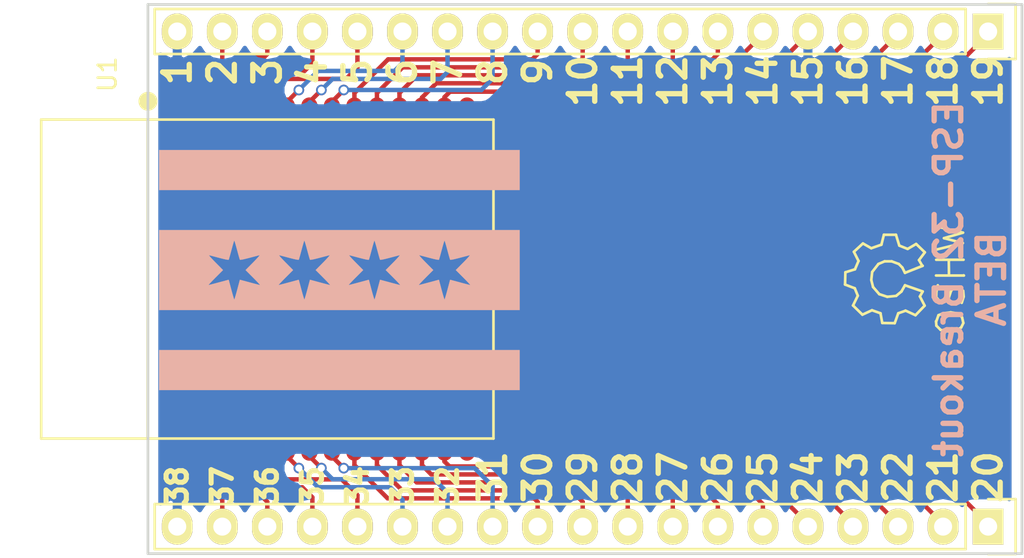
<source format=kicad_pcb>
(kicad_pcb (version 4) (host pcbnew 4.0.0-rc1-stable)

  (general
    (links 0)
    (no_connects 0)
    (area -6.806001 -15.569001 42.620001 15.569001)
    (thickness 1.6)
    (drawings 43)
    (tracks 184)
    (zones 0)
    (modules 5)
    (nets 37)
  )

  (page A4)
  (layers
    (0 F.Cu signal)
    (31 B.Cu signal)
    (32 B.Adhes user)
    (33 F.Adhes user)
    (34 B.Paste user)
    (35 F.Paste user)
    (36 B.SilkS user)
    (37 F.SilkS user)
    (38 B.Mask user)
    (39 F.Mask user)
    (40 Dwgs.User user)
    (41 Cmts.User user)
    (42 Eco1.User user)
    (43 Eco2.User user)
    (44 Edge.Cuts user)
    (45 Margin user)
    (46 B.CrtYd user)
    (47 F.CrtYd user)
    (48 B.Fab user)
    (49 F.Fab user)
  )

  (setup
    (last_trace_width 0.25)
    (trace_clearance 0.2)
    (zone_clearance 0.508)
    (zone_45_only no)
    (trace_min 0.2)
    (segment_width 0.2)
    (edge_width 0.15)
    (via_size 0.6)
    (via_drill 0.4)
    (via_min_size 0.4)
    (via_min_drill 0.3)
    (uvia_size 0.3)
    (uvia_drill 0.1)
    (uvias_allowed no)
    (uvia_min_size 0.2)
    (uvia_min_drill 0.1)
    (pcb_text_width 0.3)
    (pcb_text_size 1.5 1.5)
    (mod_edge_width 0.15)
    (mod_text_size 1 1)
    (mod_text_width 0.15)
    (pad_size 1.524 1.524)
    (pad_drill 0.762)
    (pad_to_mask_clearance 0.1524)
    (aux_axis_origin 0 0)
    (visible_elements 7FFFFFFF)
    (pcbplotparams
      (layerselection 0x00030_80000001)
      (usegerberextensions false)
      (excludeedgelayer true)
      (linewidth 0.100000)
      (plotframeref false)
      (viasonmask false)
      (mode 1)
      (useauxorigin false)
      (hpglpennumber 1)
      (hpglpenspeed 20)
      (hpglpendiameter 15)
      (hpglpenoverlay 2)
      (psnegative false)
      (psa4output false)
      (plotreference true)
      (plotvalue true)
      (plotinvisibletext false)
      (padsonsilk false)
      (subtractmaskfromsilk false)
      (outputformat 1)
      (mirror false)
      (drillshape 1)
      (scaleselection 1)
      (outputdirectory ""))
  )

  (net 0 "")
  (net 1 "Net-(P1-Pad1)")
  (net 2 "Net-(P1-Pad2)")
  (net 3 "Net-(P1-Pad3)")
  (net 4 "Net-(P1-Pad4)")
  (net 5 "Net-(P1-Pad6)")
  (net 6 "Net-(P1-Pad7)")
  (net 7 "Net-(P1-Pad8)")
  (net 8 "Net-(P1-Pad9)")
  (net 9 "Net-(P1-Pad10)")
  (net 10 "Net-(P1-Pad11)")
  (net 11 "Net-(P1-Pad12)")
  (net 12 "Net-(P1-Pad13)")
  (net 13 "Net-(P1-Pad14)")
  (net 14 "Net-(P2-Pad1)")
  (net 15 "Net-(P2-Pad2)")
  (net 16 "Net-(P2-Pad3)")
  (net 17 "Net-(P2-Pad4)")
  (net 18 "Net-(P2-Pad5)")
  (net 19 "Net-(P2-Pad6)")
  (net 20 "Net-(P2-Pad7)")
  (net 21 "Net-(P2-Pad8)")
  (net 22 "Net-(P2-Pad9)")
  (net 23 "Net-(P2-Pad10)")
  (net 24 "Net-(P2-Pad11)")
  (net 25 "Net-(P2-Pad12)")
  (net 26 "Net-(P2-Pad13)")
  (net 27 "Net-(P2-Pad14)")
  (net 28 "Net-(P1-Pad15)")
  (net 29 "Net-(P1-Pad16)")
  (net 30 "Net-(P1-Pad17)")
  (net 31 "Net-(P1-Pad18)")
  (net 32 "Net-(P2-Pad15)")
  (net 33 "Net-(P2-Pad16)")
  (net 34 "Net-(P2-Pad17)")
  (net 35 "Net-(P2-Pad18)")
  (net 36 GND)

  (net_class Default "This is the default net class."
    (clearance 0.2)
    (trace_width 0.25)
    (via_dia 0.6)
    (via_drill 0.4)
    (uvia_dia 0.3)
    (uvia_drill 0.1)
    (add_net GND)
    (add_net "Net-(P1-Pad1)")
    (add_net "Net-(P1-Pad10)")
    (add_net "Net-(P1-Pad11)")
    (add_net "Net-(P1-Pad12)")
    (add_net "Net-(P1-Pad13)")
    (add_net "Net-(P1-Pad14)")
    (add_net "Net-(P1-Pad15)")
    (add_net "Net-(P1-Pad16)")
    (add_net "Net-(P1-Pad17)")
    (add_net "Net-(P1-Pad18)")
    (add_net "Net-(P1-Pad2)")
    (add_net "Net-(P1-Pad3)")
    (add_net "Net-(P1-Pad4)")
    (add_net "Net-(P1-Pad6)")
    (add_net "Net-(P1-Pad7)")
    (add_net "Net-(P1-Pad8)")
    (add_net "Net-(P1-Pad9)")
    (add_net "Net-(P2-Pad1)")
    (add_net "Net-(P2-Pad10)")
    (add_net "Net-(P2-Pad11)")
    (add_net "Net-(P2-Pad12)")
    (add_net "Net-(P2-Pad13)")
    (add_net "Net-(P2-Pad14)")
    (add_net "Net-(P2-Pad15)")
    (add_net "Net-(P2-Pad16)")
    (add_net "Net-(P2-Pad17)")
    (add_net "Net-(P2-Pad18)")
    (add_net "Net-(P2-Pad2)")
    (add_net "Net-(P2-Pad3)")
    (add_net "Net-(P2-Pad4)")
    (add_net "Net-(P2-Pad5)")
    (add_net "Net-(P2-Pad6)")
    (add_net "Net-(P2-Pad7)")
    (add_net "Net-(P2-Pad8)")
    (add_net "Net-(P2-Pad9)")
  )

  (module .pretty:ESP3212 (layer F.Cu) (tedit 57CF1864) (tstamp 57CF0776)
    (at 0 0 270)
    (path /57CF031C)
    (fp_text reference U1 (at -11.557 9.017 270) (layer F.SilkS)
      (effects (font (size 1 1) (thickness 0.15)))
    )
    (fp_text value ESP3212 (at 5.715 14.224 270) (layer F.Fab)
      (effects (font (size 1 1) (thickness 0.15)))
    )
    (fp_circle (center -10.033 6.731) (end -9.906 6.985) (layer F.SilkS) (width 0.5))
    (fp_text user "ESP3212 - adamjvr " (at -6.604 -2.54 360) (layer F.SilkS)
      (effects (font (size 1 1) (thickness 0.15)))
    )
    (fp_line (start -9 6.75) (end 9 6.75) (layer F.SilkS) (width 0.15))
    (fp_line (start 9 12.75) (end 9 -12.75) (layer F.SilkS) (width 0.15))
    (fp_line (start -9 12.75) (end -9 -12.75) (layer F.SilkS) (width 0.15))
    (fp_line (start -9 -12.75) (end 9 -12.75) (layer F.SilkS) (width 0.15))
    (fp_line (start -9 12.75) (end 9 12.75) (layer F.SilkS) (width 0.15))
    (pad 1 smd oval (at -9 5.25 270) (size 2.5 0.9) (layers F.Cu F.Paste F.Mask)
      (net 36 GND))
    (pad 2 smd oval (at -9 3.98 270) (size 2.5 0.9) (layers F.Cu F.Paste F.Mask)
      (net 31 "Net-(P1-Pad18)"))
    (pad 3 smd oval (at -9 2.71 270) (size 2.5 0.9) (layers F.Cu F.Paste F.Mask)
      (net 30 "Net-(P1-Pad17)"))
    (pad 4 smd oval (at -9 1.44 270) (size 2.5 0.9) (layers F.Cu F.Paste F.Mask)
      (net 29 "Net-(P1-Pad16)"))
    (pad 5 smd oval (at -9 0.17 270) (size 2.5 0.9) (layers F.Cu F.Paste F.Mask)
      (net 28 "Net-(P1-Pad15)"))
    (pad 6 smd oval (at -9 -1.1 270) (size 2.5 0.9) (layers F.Cu F.Paste F.Mask)
      (net 13 "Net-(P1-Pad14)"))
    (pad 7 smd oval (at -9 -2.37 270) (size 2.5 0.9) (layers F.Cu F.Paste F.Mask)
      (net 12 "Net-(P1-Pad13)"))
    (pad 8 smd oval (at -9 -3.64 270) (size 2.5 0.9) (layers F.Cu F.Paste F.Mask)
      (net 11 "Net-(P1-Pad12)"))
    (pad 9 smd oval (at -9 -4.91 270) (size 2.5 0.9) (layers F.Cu F.Paste F.Mask)
      (net 10 "Net-(P1-Pad11)"))
    (pad 10 smd oval (at -9 -6.18 270) (size 2.5 0.9) (layers F.Cu F.Paste F.Mask)
      (net 9 "Net-(P1-Pad10)"))
    (pad 11 smd oval (at -9 -7.45 270) (size 2.5 0.9) (layers F.Cu F.Paste F.Mask)
      (net 8 "Net-(P1-Pad9)"))
    (pad 12 smd oval (at -9 -8.72 270) (size 2.5 0.9) (layers F.Cu F.Paste F.Mask)
      (net 7 "Net-(P1-Pad8)"))
    (pad 13 smd oval (at -9 -9.99 270) (size 2.5 0.9) (layers F.Cu F.Paste F.Mask)
      (net 6 "Net-(P1-Pad7)"))
    (pad 14 smd oval (at -9 -11.26 270) (size 2.5 0.9) (layers F.Cu F.Paste F.Mask)
      (net 5 "Net-(P1-Pad6)"))
    (pad 15 smd oval (at -5.715 -12.75 270) (size 0.9 2.5) (layers F.Cu F.Paste F.Mask)
      (net 36 GND))
    (pad 16 smd oval (at -4.445 -12.75 270) (size 0.9 2.5) (layers F.Cu F.Paste F.Mask)
      (net 4 "Net-(P1-Pad4)"))
    (pad 17 smd oval (at -3.175 -12.75 270) (size 0.9 2.5) (layers F.Cu F.Paste F.Mask)
      (net 3 "Net-(P1-Pad3)"))
    (pad 18 smd oval (at -1.905 -12.75 270) (size 0.9 2.5) (layers F.Cu F.Paste F.Mask)
      (net 2 "Net-(P1-Pad2)"))
    (pad 19 smd oval (at -0.635 -12.75 270) (size 0.9 2.5) (layers F.Cu F.Paste F.Mask)
      (net 1 "Net-(P1-Pad1)"))
    (pad 20 smd oval (at 0.635 -12.75 270) (size 0.9 2.5) (layers F.Cu F.Paste F.Mask)
      (net 14 "Net-(P2-Pad1)"))
    (pad 21 smd oval (at 1.905 -12.75 270) (size 0.9 2.5) (layers F.Cu F.Paste F.Mask)
      (net 15 "Net-(P2-Pad2)"))
    (pad 22 smd oval (at 3.175 -12.75 270) (size 0.9 2.5) (layers F.Cu F.Paste F.Mask)
      (net 16 "Net-(P2-Pad3)"))
    (pad 23 smd oval (at 4.445 -12.75 270) (size 0.9 2.5) (layers F.Cu F.Paste F.Mask)
      (net 17 "Net-(P2-Pad4)"))
    (pad 24 smd oval (at 5.715 -12.75 270) (size 0.9 2.5) (layers F.Cu F.Paste F.Mask)
      (net 18 "Net-(P2-Pad5)"))
    (pad 25 smd oval (at 9 -11.26 270) (size 2.5 0.9) (layers F.Cu F.Paste F.Mask)
      (net 19 "Net-(P2-Pad6)"))
    (pad 26 smd oval (at 9 -9.99 270) (size 2.5 0.9) (layers F.Cu F.Paste F.Mask)
      (net 20 "Net-(P2-Pad7)"))
    (pad 27 smd oval (at 9 -8.72 270) (size 2.5 0.9) (layers F.Cu F.Paste F.Mask)
      (net 21 "Net-(P2-Pad8)"))
    (pad 28 smd oval (at 9 -7.45 270) (size 2.5 0.9) (layers F.Cu F.Paste F.Mask)
      (net 22 "Net-(P2-Pad9)"))
    (pad 29 smd oval (at 9 -6.18 270) (size 2.5 0.9) (layers F.Cu F.Paste F.Mask)
      (net 23 "Net-(P2-Pad10)"))
    (pad 30 smd oval (at 9 -4.91 270) (size 2.5 0.9) (layers F.Cu F.Paste F.Mask)
      (net 24 "Net-(P2-Pad11)"))
    (pad 31 smd oval (at 9 -3.64 270) (size 2.5 0.9) (layers F.Cu F.Paste F.Mask)
      (net 25 "Net-(P2-Pad12)"))
    (pad 32 smd oval (at 9 -2.37 270) (size 2.5 0.9) (layers F.Cu F.Paste F.Mask)
      (net 26 "Net-(P2-Pad13)"))
    (pad 33 smd oval (at 9 -1.1 270) (size 2.5 0.9) (layers F.Cu F.Paste F.Mask)
      (net 27 "Net-(P2-Pad14)"))
    (pad 34 smd oval (at 9 0.17 270) (size 2.5 0.9) (layers F.Cu F.Paste F.Mask)
      (net 32 "Net-(P2-Pad15)"))
    (pad 35 smd oval (at 9 1.44 270) (size 2.5 0.9) (layers F.Cu F.Paste F.Mask)
      (net 33 "Net-(P2-Pad16)"))
    (pad 36 smd oval (at 9 2.71 270) (size 2.5 0.9) (layers F.Cu F.Paste F.Mask)
      (net 34 "Net-(P2-Pad17)"))
    (pad 37 smd oval (at 9 3.98 270) (size 2.5 0.9) (layers F.Cu F.Paste F.Mask)
      (net 35 "Net-(P2-Pad18)"))
    (pad 38 smd oval (at 9 5.25 270) (size 2.5 0.9) (layers F.Cu F.Paste F.Mask)
      (net 36 GND))
  )

  (module Pin_Headers:Pin_Header_Straight_1x19 (layer F.Cu) (tedit 57CF092A) (tstamp 57CF68B8)
    (at 40.64 -13.97 270)
    (descr "Through hole pin header")
    (tags "pin header")
    (path /57CF0817)
    (fp_text reference P1 (at 0 -5.1 270) (layer F.SilkS) hide
      (effects (font (size 1 1) (thickness 0.15)))
    )
    (fp_text value CONN_01X19 (at 0 -3.1 270) (layer F.Fab) hide
      (effects (font (size 1 1) (thickness 0.15)))
    )
    (fp_line (start -1.75 -1.75) (end -1.75 47.5) (layer F.CrtYd) (width 0.05))
    (fp_line (start 1.75 -1.75) (end 1.75 47.5) (layer F.CrtYd) (width 0.05))
    (fp_line (start -1.75 -1.75) (end 1.75 -1.75) (layer F.CrtYd) (width 0.05))
    (fp_line (start -1.75 47.5) (end 1.75 47.5) (layer F.CrtYd) (width 0.05))
    (fp_line (start 1.27 1.27) (end 1.27 46.99) (layer F.SilkS) (width 0.15))
    (fp_line (start 1.27 46.99) (end -1.27 46.99) (layer F.SilkS) (width 0.15))
    (fp_line (start -1.27 46.99) (end -1.27 1.27) (layer F.SilkS) (width 0.15))
    (fp_line (start 1.55 -1.55) (end 1.55 0) (layer F.SilkS) (width 0.15))
    (fp_line (start 1.27 1.27) (end -1.27 1.27) (layer F.SilkS) (width 0.15))
    (fp_line (start -1.55 0) (end -1.55 -1.55) (layer F.SilkS) (width 0.15))
    (fp_line (start -1.55 -1.55) (end 1.55 -1.55) (layer F.SilkS) (width 0.15))
    (pad 1 thru_hole rect (at 0 0 270) (size 2.032 1.7272) (drill 1.016) (layers *.Cu *.Mask F.SilkS)
      (net 1 "Net-(P1-Pad1)"))
    (pad 2 thru_hole oval (at 0 2.54 270) (size 2.032 1.7272) (drill 1.016) (layers *.Cu *.Mask F.SilkS)
      (net 2 "Net-(P1-Pad2)"))
    (pad 3 thru_hole oval (at 0 5.08 270) (size 2.032 1.7272) (drill 1.016) (layers *.Cu *.Mask F.SilkS)
      (net 3 "Net-(P1-Pad3)"))
    (pad 4 thru_hole oval (at 0 7.62 270) (size 2.032 1.7272) (drill 1.016) (layers *.Cu *.Mask F.SilkS)
      (net 4 "Net-(P1-Pad4)"))
    (pad 5 thru_hole oval (at 0 10.16 270) (size 2.032 1.7272) (drill 1.016) (layers *.Cu *.Mask F.SilkS)
      (net 36 GND))
    (pad 6 thru_hole oval (at 0 12.7 270) (size 2.032 1.7272) (drill 1.016) (layers *.Cu *.Mask F.SilkS)
      (net 5 "Net-(P1-Pad6)"))
    (pad 7 thru_hole oval (at 0 15.24 270) (size 2.032 1.7272) (drill 1.016) (layers *.Cu *.Mask F.SilkS)
      (net 6 "Net-(P1-Pad7)"))
    (pad 8 thru_hole oval (at 0 17.78 270) (size 2.032 1.7272) (drill 1.016) (layers *.Cu *.Mask F.SilkS)
      (net 7 "Net-(P1-Pad8)"))
    (pad 9 thru_hole oval (at 0 20.32 270) (size 2.032 1.7272) (drill 1.016) (layers *.Cu *.Mask F.SilkS)
      (net 8 "Net-(P1-Pad9)"))
    (pad 10 thru_hole oval (at 0 22.86 270) (size 2.032 1.7272) (drill 1.016) (layers *.Cu *.Mask F.SilkS)
      (net 9 "Net-(P1-Pad10)"))
    (pad 11 thru_hole oval (at 0 25.4 270) (size 2.032 1.7272) (drill 1.016) (layers *.Cu *.Mask F.SilkS)
      (net 10 "Net-(P1-Pad11)"))
    (pad 12 thru_hole oval (at 0 27.94 270) (size 2.032 1.7272) (drill 1.016) (layers *.Cu *.Mask F.SilkS)
      (net 11 "Net-(P1-Pad12)"))
    (pad 13 thru_hole oval (at 0 30.48 270) (size 2.032 1.7272) (drill 1.016) (layers *.Cu *.Mask F.SilkS)
      (net 12 "Net-(P1-Pad13)"))
    (pad 14 thru_hole oval (at 0 33.02 270) (size 2.032 1.7272) (drill 1.016) (layers *.Cu *.Mask F.SilkS)
      (net 13 "Net-(P1-Pad14)"))
    (pad 15 thru_hole oval (at 0 35.56 270) (size 2.032 1.7272) (drill 1.016) (layers *.Cu *.Mask F.SilkS)
      (net 28 "Net-(P1-Pad15)"))
    (pad 16 thru_hole oval (at 0 38.1 270) (size 2.032 1.7272) (drill 1.016) (layers *.Cu *.Mask F.SilkS)
      (net 29 "Net-(P1-Pad16)"))
    (pad 17 thru_hole oval (at 0 40.64 270) (size 2.032 1.7272) (drill 1.016) (layers *.Cu *.Mask F.SilkS)
      (net 30 "Net-(P1-Pad17)"))
    (pad 18 thru_hole oval (at 0 43.18 270) (size 2.032 1.7272) (drill 1.016) (layers *.Cu *.Mask F.SilkS)
      (net 31 "Net-(P1-Pad18)"))
    (pad 19 thru_hole oval (at 0 45.72 270) (size 2.032 1.7272) (drill 1.016) (layers *.Cu *.Mask F.SilkS)
      (net 36 GND))
    (model Pin_Headers.3dshapes/Pin_Header_Straight_1x19.wrl
      (at (xyz 0 -0.9 0))
      (scale (xyz 1 1 1))
      (rotate (xyz 0 0 90))
    )
  )

  (module Pin_Headers:Pin_Header_Straight_1x19 (layer F.Cu) (tedit 57CF0924) (tstamp 57CF6A84)
    (at 40.64 13.97 270)
    (descr "Through hole pin header")
    (tags "pin header")
    (path /57CF085C)
    (fp_text reference P2 (at 0 -5.1 270) (layer F.SilkS) hide
      (effects (font (size 1 1) (thickness 0.15)))
    )
    (fp_text value CONN_01X19 (at 0 -3.556 270) (layer F.Fab) hide
      (effects (font (size 1 1) (thickness 0.15)))
    )
    (fp_line (start -1.75 -1.75) (end -1.75 47.5) (layer F.CrtYd) (width 0.05))
    (fp_line (start 1.75 -1.75) (end 1.75 47.5) (layer F.CrtYd) (width 0.05))
    (fp_line (start -1.75 -1.75) (end 1.75 -1.75) (layer F.CrtYd) (width 0.05))
    (fp_line (start -1.75 47.5) (end 1.75 47.5) (layer F.CrtYd) (width 0.05))
    (fp_line (start 1.27 1.27) (end 1.27 46.99) (layer F.SilkS) (width 0.15))
    (fp_line (start 1.27 46.99) (end -1.27 46.99) (layer F.SilkS) (width 0.15))
    (fp_line (start -1.27 46.99) (end -1.27 1.27) (layer F.SilkS) (width 0.15))
    (fp_line (start 1.55 -1.55) (end 1.55 0) (layer F.SilkS) (width 0.15))
    (fp_line (start 1.27 1.27) (end -1.27 1.27) (layer F.SilkS) (width 0.15))
    (fp_line (start -1.55 0) (end -1.55 -1.55) (layer F.SilkS) (width 0.15))
    (fp_line (start -1.55 -1.55) (end 1.55 -1.55) (layer F.SilkS) (width 0.15))
    (pad 1 thru_hole rect (at 0 0 270) (size 2.032 1.7272) (drill 1.016) (layers *.Cu *.Mask F.SilkS)
      (net 14 "Net-(P2-Pad1)"))
    (pad 2 thru_hole oval (at 0 2.54 270) (size 2.032 1.7272) (drill 1.016) (layers *.Cu *.Mask F.SilkS)
      (net 15 "Net-(P2-Pad2)"))
    (pad 3 thru_hole oval (at 0 5.08 270) (size 2.032 1.7272) (drill 1.016) (layers *.Cu *.Mask F.SilkS)
      (net 16 "Net-(P2-Pad3)"))
    (pad 4 thru_hole oval (at 0 7.62 270) (size 2.032 1.7272) (drill 1.016) (layers *.Cu *.Mask F.SilkS)
      (net 17 "Net-(P2-Pad4)"))
    (pad 5 thru_hole oval (at 0 10.16 270) (size 2.032 1.7272) (drill 1.016) (layers *.Cu *.Mask F.SilkS)
      (net 18 "Net-(P2-Pad5)"))
    (pad 6 thru_hole oval (at 0 12.7 270) (size 2.032 1.7272) (drill 1.016) (layers *.Cu *.Mask F.SilkS)
      (net 19 "Net-(P2-Pad6)"))
    (pad 7 thru_hole oval (at 0 15.24 270) (size 2.032 1.7272) (drill 1.016) (layers *.Cu *.Mask F.SilkS)
      (net 20 "Net-(P2-Pad7)"))
    (pad 8 thru_hole oval (at 0 17.78 270) (size 2.032 1.7272) (drill 1.016) (layers *.Cu *.Mask F.SilkS)
      (net 21 "Net-(P2-Pad8)"))
    (pad 9 thru_hole oval (at 0 20.32 270) (size 2.032 1.7272) (drill 1.016) (layers *.Cu *.Mask F.SilkS)
      (net 22 "Net-(P2-Pad9)"))
    (pad 10 thru_hole oval (at 0 22.86 270) (size 2.032 1.7272) (drill 1.016) (layers *.Cu *.Mask F.SilkS)
      (net 23 "Net-(P2-Pad10)"))
    (pad 11 thru_hole oval (at 0 25.4 270) (size 2.032 1.7272) (drill 1.016) (layers *.Cu *.Mask F.SilkS)
      (net 24 "Net-(P2-Pad11)"))
    (pad 12 thru_hole oval (at 0 27.94 270) (size 2.032 1.7272) (drill 1.016) (layers *.Cu *.Mask F.SilkS)
      (net 25 "Net-(P2-Pad12)"))
    (pad 13 thru_hole oval (at 0 30.48 270) (size 2.032 1.7272) (drill 1.016) (layers *.Cu *.Mask F.SilkS)
      (net 26 "Net-(P2-Pad13)"))
    (pad 14 thru_hole oval (at 0 33.02 270) (size 2.032 1.7272) (drill 1.016) (layers *.Cu *.Mask F.SilkS)
      (net 27 "Net-(P2-Pad14)"))
    (pad 15 thru_hole oval (at 0 35.56 270) (size 2.032 1.7272) (drill 1.016) (layers *.Cu *.Mask F.SilkS)
      (net 32 "Net-(P2-Pad15)"))
    (pad 16 thru_hole oval (at 0 38.1 270) (size 2.032 1.7272) (drill 1.016) (layers *.Cu *.Mask F.SilkS)
      (net 33 "Net-(P2-Pad16)"))
    (pad 17 thru_hole oval (at 0 40.64 270) (size 2.032 1.7272) (drill 1.016) (layers *.Cu *.Mask F.SilkS)
      (net 34 "Net-(P2-Pad17)"))
    (pad 18 thru_hole oval (at 0 43.18 270) (size 2.032 1.7272) (drill 1.016) (layers *.Cu *.Mask F.SilkS)
      (net 35 "Net-(P2-Pad18)"))
    (pad 19 thru_hole oval (at 0 45.72 270) (size 2.032 1.7272) (drill 1.016) (layers *.Cu *.Mask F.SilkS)
      (net 36 GND))
    (model Pin_Headers.3dshapes/Pin_Header_Straight_1x19.wrl
      (at (xyz 0 -0.9 0))
      (scale (xyz 1 1 1))
      (rotate (xyz 0 0 90))
    )
  )

  (module .pretty:chi_logo (layer B.Cu) (tedit 57150158) (tstamp 57CFCD2E)
    (at 4.064 -0.508)
    (fp_text reference G*** (at 0 0) (layer B.SilkS) hide
      (effects (font (thickness 0.3)) (justify mirror))
    )
    (fp_text value LOGO (at 0.75 0) (layer B.SilkS) hide
      (effects (font (thickness 0.3)) (justify mirror))
    )
    (fp_text user "Made In Chicago" (at 2.6162 -3.4) (layer B.Mask)
      (effects (font (size 1 1) (thickness 0.15)) (justify mirror))
    )
    (fp_text user AndrewSowa.com (at -2.9718 3.4) (layer B.Mask)
      (effects (font (size 1 1) (thickness 0.15)) (justify mirror))
    )
    (fp_poly (pts (xy -5.915604 1.667156) (xy -5.892707 1.594512) (xy -5.860285 1.483204) (xy -5.820646 1.341223)
      (xy -5.7761 1.176559) (xy -5.761229 1.120543) (xy -5.609902 0.54794) (xy -5.126141 0.67942)
      (xy -4.905117 0.740147) (xy -4.736607 0.785818) (xy -4.618105 0.813971) (xy -4.547104 0.822147)
      (xy -4.521099 0.807882) (xy -4.537582 0.768717) (xy -4.594046 0.702191) (xy -4.687986 0.605841)
      (xy -4.816893 0.477208) (xy -4.867981 0.425944) (xy -5.290961 0) (xy -4.868334 -0.423333)
      (xy -4.744844 -0.548125) (xy -4.637868 -0.658345) (xy -4.552816 -0.74824) (xy -4.495097 -0.812059)
      (xy -4.47012 -0.844049) (xy -4.470233 -0.846667) (xy -4.503849 -0.839697) (xy -4.583347 -0.820257)
      (xy -4.700107 -0.790543) (xy -4.845505 -0.752757) (xy -5.010921 -0.709097) (xy -5.043586 -0.700404)
      (xy -5.258824 -0.644661) (xy -5.421806 -0.606139) (xy -5.533936 -0.584554) (xy -5.596621 -0.579619)
      (xy -5.611373 -0.584956) (xy -5.624095 -0.620727) (xy -5.648391 -0.702279) (xy -5.681763 -0.82073)
      (xy -5.721715 -0.967197) (xy -5.765751 -1.132798) (xy -5.771445 -1.154501) (xy -5.815317 -1.319397)
      (xy -5.855062 -1.463895) (xy -5.888306 -1.579752) (xy -5.912671 -1.658721) (xy -5.925783 -1.692555)
      (xy -5.926667 -1.69323) (xy -5.937788 -1.667264) (xy -5.960536 -1.594865) (xy -5.992538 -1.484277)
      (xy -6.031416 -1.343747) (xy -6.074795 -1.18152) (xy -6.081889 -1.154501) (xy -6.126262 -0.987125)
      (xy -6.166864 -0.837767) (xy -6.2012 -0.715311) (xy -6.226772 -0.628638) (xy -6.241085 -0.58663)
      (xy -6.241961 -0.584956) (xy -6.274127 -0.579517) (xy -6.354851 -0.590548) (xy -6.485537 -0.618335)
      (xy -6.667592 -0.663163) (xy -6.809748 -0.700404) (xy -6.977967 -0.744923) (xy -7.127792 -0.783982)
      (xy -7.250599 -0.815383) (xy -7.337768 -0.836925) (xy -7.380677 -0.846409) (xy -7.383101 -0.846667)
      (xy -7.371477 -0.827781) (xy -7.325128 -0.774958) (xy -7.249464 -0.69395) (xy -7.149894 -0.590511)
      (xy -7.031828 -0.470391) (xy -6.985 -0.423333) (xy -6.562373 0) (xy -6.985353 0.425944)
      (xy -7.125525 0.566058) (xy -7.231575 0.673054) (xy -7.300999 0.749395) (xy -7.331289 0.797542)
      (xy -7.319939 0.819955) (xy -7.264443 0.819096) (xy -7.162292 0.797426) (xy -7.010982 0.757407)
      (xy -6.808005 0.701498) (xy -6.727193 0.67942) (xy -6.243432 0.54794) (xy -6.092105 1.120543)
      (xy -6.046479 1.290764) (xy -6.005024 1.44085) (xy -5.970049 1.562814) (xy -5.943862 1.648663)
      (xy -5.928771 1.690408) (xy -5.926667 1.693146) (xy -5.915604 1.667156)) (layer B.Mask) (width 0.01))
    (fp_poly (pts (xy -1.964492 1.667156) (xy -1.941595 1.594512) (xy -1.909174 1.483204) (xy -1.869535 1.341223)
      (xy -1.824989 1.176559) (xy -1.810118 1.120543) (xy -1.658791 0.54794) (xy -1.17503 0.67942)
      (xy -0.954006 0.740147) (xy -0.785496 0.785818) (xy -0.666994 0.813971) (xy -0.595993 0.822147)
      (xy -0.569988 0.807882) (xy -0.586471 0.768717) (xy -0.642935 0.702191) (xy -0.736874 0.605841)
      (xy -0.865782 0.477208) (xy -0.91687 0.425944) (xy -1.33985 0) (xy -0.917223 -0.423333)
      (xy -0.793733 -0.548125) (xy -0.686757 -0.658345) (xy -0.601705 -0.74824) (xy -0.543986 -0.812059)
      (xy -0.519009 -0.844049) (xy -0.519122 -0.846667) (xy -0.552738 -0.839697) (xy -0.632236 -0.820257)
      (xy -0.748996 -0.790543) (xy -0.894394 -0.752757) (xy -1.05981 -0.709097) (xy -1.092475 -0.700404)
      (xy -1.307713 -0.644661) (xy -1.470694 -0.606139) (xy -1.582825 -0.584554) (xy -1.64551 -0.579619)
      (xy -1.660262 -0.584956) (xy -1.672984 -0.620727) (xy -1.69728 -0.702279) (xy -1.730652 -0.82073)
      (xy -1.770604 -0.967197) (xy -1.81464 -1.132798) (xy -1.820334 -1.154501) (xy -1.864206 -1.319397)
      (xy -1.903951 -1.463895) (xy -1.937195 -1.579752) (xy -1.96156 -1.658721) (xy -1.974672 -1.692555)
      (xy -1.975556 -1.69323) (xy -1.986676 -1.667264) (xy -2.009425 -1.594865) (xy -2.041427 -1.484277)
      (xy -2.080305 -1.343747) (xy -2.123684 -1.18152) (xy -2.130778 -1.154501) (xy -2.175151 -0.987125)
      (xy -2.215753 -0.837767) (xy -2.250089 -0.715311) (xy -2.275661 -0.628638) (xy -2.289974 -0.58663)
      (xy -2.29085 -0.584956) (xy -2.323016 -0.579517) (xy -2.403739 -0.590548) (xy -2.534426 -0.618335)
      (xy -2.716481 -0.663163) (xy -2.858637 -0.700404) (xy -3.026856 -0.744923) (xy -3.176681 -0.783982)
      (xy -3.299488 -0.815383) (xy -3.386657 -0.836925) (xy -3.429566 -0.846409) (xy -3.43199 -0.846667)
      (xy -3.420366 -0.827781) (xy -3.374017 -0.774958) (xy -3.298353 -0.69395) (xy -3.198783 -0.590511)
      (xy -3.080717 -0.470391) (xy -3.033889 -0.423333) (xy -2.611262 0) (xy -3.034242 0.425944)
      (xy -3.174414 0.566058) (xy -3.280464 0.673054) (xy -3.349888 0.749395) (xy -3.380178 0.797542)
      (xy -3.368828 0.819955) (xy -3.313331 0.819096) (xy -3.211181 0.797426) (xy -3.059871 0.757407)
      (xy -2.856894 0.701498) (xy -2.776082 0.67942) (xy -2.292321 0.54794) (xy -2.140994 1.120543)
      (xy -2.095368 1.290764) (xy -2.053913 1.44085) (xy -2.018938 1.562814) (xy -1.99275 1.648663)
      (xy -1.97766 1.690408) (xy -1.975556 1.693146) (xy -1.964492 1.667156)) (layer B.Mask) (width 0.01))
    (fp_poly (pts (xy 1.986619 1.667156) (xy 2.009516 1.594512) (xy 2.041938 1.483204) (xy 2.081576 1.341223)
      (xy 2.126122 1.176559) (xy 2.140993 1.120543) (xy 2.29232 0.54794) (xy 2.776081 0.67942)
      (xy 2.997106 0.740147) (xy 3.165615 0.785818) (xy 3.284117 0.813971) (xy 3.355118 0.822147)
      (xy 3.381123 0.807882) (xy 3.364641 0.768717) (xy 3.308176 0.702191) (xy 3.214237 0.605841)
      (xy 3.085329 0.477208) (xy 3.034241 0.425944) (xy 2.611261 0) (xy 3.033888 -0.423333)
      (xy 3.157378 -0.548125) (xy 3.264354 -0.658345) (xy 3.349406 -0.74824) (xy 3.407125 -0.812059)
      (xy 3.432102 -0.844049) (xy 3.431989 -0.846667) (xy 3.398373 -0.839697) (xy 3.318875 -0.820257)
      (xy 3.202116 -0.790543) (xy 3.056717 -0.752757) (xy 2.891301 -0.709097) (xy 2.858636 -0.700404)
      (xy 2.643398 -0.644661) (xy 2.480417 -0.606139) (xy 2.368286 -0.584554) (xy 2.305601 -0.579619)
      (xy 2.290849 -0.584956) (xy 2.278127 -0.620727) (xy 2.253831 -0.702279) (xy 2.220459 -0.82073)
      (xy 2.180507 -0.967197) (xy 2.136471 -1.132798) (xy 2.130777 -1.154501) (xy 2.086905 -1.319397)
      (xy 2.04716 -1.463895) (xy 2.013917 -1.579752) (xy 1.989551 -1.658721) (xy 1.976439 -1.692555)
      (xy 1.975555 -1.69323) (xy 1.964435 -1.667264) (xy 1.941686 -1.594865) (xy 1.909685 -1.484277)
      (xy 1.870807 -1.343747) (xy 1.827428 -1.18152) (xy 1.820333 -1.154501) (xy 1.77596 -0.987125)
      (xy 1.735358 -0.837767) (xy 1.701023 -0.715311) (xy 1.67545 -0.628638) (xy 1.661138 -0.58663)
      (xy 1.660261 -0.584956) (xy 1.628095 -0.579517) (xy 1.547372 -0.590548) (xy 1.416685 -0.618335)
      (xy 1.23463 -0.663163) (xy 1.092474 -0.700404) (xy 0.924255 -0.744923) (xy 0.774431 -0.783982)
      (xy 0.651623 -0.815383) (xy 0.564454 -0.836925) (xy 0.521545 -0.846409) (xy 0.519121 -0.846667)
      (xy 0.530745 -0.827781) (xy 0.577094 -0.774958) (xy 0.652758 -0.69395) (xy 0.752328 -0.590511)
      (xy 0.870394 -0.470391) (xy 0.917222 -0.423333) (xy 1.339849 0) (xy 0.916869 0.425944)
      (xy 0.776698 0.566058) (xy 0.670647 0.673054) (xy 0.601223 0.749395) (xy 0.570933 0.797542)
      (xy 0.582283 0.819955) (xy 0.63778 0.819096) (xy 0.73993 0.797426) (xy 0.89124 0.757407)
      (xy 1.094217 0.701498) (xy 1.175029 0.67942) (xy 1.65879 0.54794) (xy 1.810117 1.120543)
      (xy 1.855743 1.290764) (xy 1.897198 1.44085) (xy 1.932174 1.562814) (xy 1.958361 1.648663)
      (xy 1.973451 1.690408) (xy 1.975555 1.693146) (xy 1.986619 1.667156)) (layer B.Mask) (width 0.01))
    (fp_poly (pts (xy 5.93773 1.667156) (xy 5.960627 1.594512) (xy 5.993049 1.483204) (xy 6.032687 1.341223)
      (xy 6.077233 1.176559) (xy 6.092104 1.120543) (xy 6.243431 0.54794) (xy 6.727192 0.67942)
      (xy 6.948217 0.740147) (xy 7.116727 0.785818) (xy 7.235228 0.813971) (xy 7.306229 0.822147)
      (xy 7.332234 0.807882) (xy 7.315752 0.768717) (xy 7.259287 0.702191) (xy 7.165348 0.605841)
      (xy 7.03644 0.477208) (xy 6.985352 0.425944) (xy 6.562372 0) (xy 6.985 -0.423333)
      (xy 7.108489 -0.548125) (xy 7.215465 -0.658345) (xy 7.300517 -0.74824) (xy 7.358236 -0.812059)
      (xy 7.383213 -0.844049) (xy 7.3831 -0.846667) (xy 7.349484 -0.839697) (xy 7.269986 -0.820257)
      (xy 7.153227 -0.790543) (xy 7.007828 -0.752757) (xy 6.842412 -0.709097) (xy 6.809747 -0.700404)
      (xy 6.594509 -0.644661) (xy 6.431528 -0.606139) (xy 6.319397 -0.584554) (xy 6.256712 -0.579619)
      (xy 6.24196 -0.584956) (xy 6.229238 -0.620727) (xy 6.204943 -0.702279) (xy 6.171571 -0.82073)
      (xy 6.131618 -0.967197) (xy 6.087582 -1.132798) (xy 6.081888 -1.154501) (xy 6.038017 -1.319397)
      (xy 5.998271 -1.463895) (xy 5.965028 -1.579752) (xy 5.940662 -1.658721) (xy 5.927551 -1.692555)
      (xy 5.926666 -1.69323) (xy 5.915546 -1.667264) (xy 5.892797 -1.594865) (xy 5.860796 -1.484277)
      (xy 5.821918 -1.343747) (xy 5.778539 -1.18152) (xy 5.771444 -1.154501) (xy 5.727071 -0.987125)
      (xy 5.686469 -0.837767) (xy 5.652134 -0.715311) (xy 5.626561 -0.628638) (xy 5.612249 -0.58663)
      (xy 5.611372 -0.584956) (xy 5.579207 -0.579517) (xy 5.498483 -0.590548) (xy 5.367796 -0.618335)
      (xy 5.185741 -0.663163) (xy 5.043585 -0.700404) (xy 4.875366 -0.744923) (xy 4.725542 -0.783982)
      (xy 4.602734 -0.815383) (xy 4.515565 -0.836925) (xy 4.472656 -0.846409) (xy 4.470232 -0.846667)
      (xy 4.481857 -0.827781) (xy 4.528205 -0.774958) (xy 4.603869 -0.69395) (xy 4.703439 -0.590511)
      (xy 4.821505 -0.470391) (xy 4.868333 -0.423333) (xy 5.29096 0) (xy 4.86798 0.425944)
      (xy 4.727809 0.566058) (xy 4.621758 0.673054) (xy 4.552334 0.749395) (xy 4.522044 0.797542)
      (xy 4.533394 0.819955) (xy 4.588891 0.819096) (xy 4.691041 0.797426) (xy 4.842351 0.757407)
      (xy 5.045328 0.701498) (xy 5.12614 0.67942) (xy 5.609901 0.54794) (xy 5.761228 1.120543)
      (xy 5.806854 1.290764) (xy 5.848309 1.44085) (xy 5.883285 1.562814) (xy 5.909472 1.648663)
      (xy 5.924562 1.690408) (xy 5.926666 1.693146) (xy 5.93773 1.667156)) (layer B.Mask) (width 0.01))
    (fp_poly (pts (xy 10.16 -6.773333) (xy -10.16 -6.773333) (xy -10.16 -4.515555) (xy 10.16 -4.515555)
      (xy 10.16 -6.773333)) (layer B.SilkS) (width 0.01))
    (fp_poly (pts (xy 10.16 -2.257778) (xy -10.16 -2.257778) (xy -10.16 0.846541) (xy -7.379759 0.846541)
      (xy -7.369133 0.827709) (xy -7.323697 0.774964) (xy -7.248807 0.694048) (xy -7.14982 0.590706)
      (xy -7.032093 0.470678) (xy -6.985 0.423333) (xy -6.562373 0) (xy -6.985353 -0.426806)
      (xy -7.106611 -0.551083) (xy -7.209128 -0.659908) (xy -7.288044 -0.747796) (xy -7.338497 -0.809261)
      (xy -7.355626 -0.838816) (xy -7.351889 -0.840437) (xy -7.307582 -0.829273) (xy -7.218369 -0.806162)
      (xy -7.093902 -0.773628) (xy -6.943835 -0.734193) (xy -6.778302 -0.690509) (xy -6.572809 -0.637779)
      (xy -6.418725 -0.601967) (xy -6.313752 -0.582622) (xy -6.255595 -0.579292) (xy -6.24208 -0.585005)
      (xy -6.229204 -0.621019) (xy -6.204733 -0.702649) (xy -6.17122 -0.820871) (xy -6.131222 -0.96666)
      (xy -6.087294 -1.130992) (xy -6.084737 -1.140683) (xy -6.040923 -1.303268) (xy -6.000821 -1.445341)
      (xy -5.966942 -1.558544) (xy -5.941795 -1.634516) (xy -5.927891 -1.664898) (xy -5.927287 -1.665111)
      (xy -5.91447 -1.639167) (xy -5.89014 -1.566906) (xy -5.856814 -1.456682) (xy -5.817009 -1.31685)
      (xy -5.773244 -1.155766) (xy -5.769217 -1.140585) (xy -5.72496 -0.975486) (xy -5.68451 -0.828419)
      (xy -5.650431 -0.708402) (xy -5.625286 -0.624452) (xy -5.611639 -0.585588) (xy -5.611254 -0.584907)
      (xy -5.580404 -0.578706) (xy -5.503579 -0.588394) (xy -5.378629 -0.614394) (xy -5.203407 -0.65713)
      (xy -5.075032 -0.690509) (xy -4.909049 -0.734312) (xy -4.75904 -0.77373) (xy -4.63466 -0.806241)
      (xy -4.54556 -0.829322) (xy -4.501445 -0.840437) (xy -4.503509 -0.825548) (xy -4.540889 -0.7765)
      (xy -4.608726 -0.69878) (xy -4.702156 -0.597874) (xy -4.816319 -0.479268) (xy -4.867981 -0.426806)
      (xy -5.290961 0) (xy -4.868334 0.423333) (xy -4.745046 0.548066) (xy -4.638522 0.658232)
      (xy -4.55412 0.748089) (xy -4.497195 0.811894) (xy -4.473104 0.843905) (xy -4.473576 0.846541)
      (xy -3.428648 0.846541) (xy -3.418022 0.827709) (xy -3.372586 0.774964) (xy -3.297696 0.694048)
      (xy -3.198709 0.590706) (xy -3.080981 0.470678) (xy -3.033889 0.423333) (xy -2.611262 0)
      (xy -3.034242 -0.426806) (xy -3.1555 -0.551083) (xy -3.258017 -0.659908) (xy -3.336933 -0.747796)
      (xy -3.387386 -0.809261) (xy -3.404515 -0.838816) (xy -3.400778 -0.840437) (xy -3.356471 -0.829273)
      (xy -3.267257 -0.806162) (xy -3.142791 -0.773628) (xy -2.992724 -0.734193) (xy -2.827191 -0.690509)
      (xy -2.621698 -0.637779) (xy -2.467614 -0.601967) (xy -2.362641 -0.582622) (xy -2.304484 -0.579292)
      (xy -2.290969 -0.585005) (xy -2.278093 -0.621019) (xy -2.253622 -0.702649) (xy -2.220109 -0.820871)
      (xy -2.180111 -0.96666) (xy -2.136183 -1.130992) (xy -2.133626 -1.140683) (xy -2.089811 -1.303268)
      (xy -2.04971 -1.445341) (xy -2.015831 -1.558544) (xy -1.990684 -1.634516) (xy -1.97678 -1.664898)
      (xy -1.976175 -1.665111) (xy -1.963359 -1.639167) (xy -1.939029 -1.566906) (xy -1.905702 -1.456682)
      (xy -1.865898 -1.31685) (xy -1.822133 -1.155766) (xy -1.818106 -1.140585) (xy -1.773849 -0.975486)
      (xy -1.733399 -0.828419) (xy -1.69932 -0.708402) (xy -1.674175 -0.624452) (xy -1.660528 -0.585588)
      (xy -1.660143 -0.584907) (xy -1.629293 -0.578706) (xy -1.552468 -0.588394) (xy -1.427518 -0.614394)
      (xy -1.252296 -0.65713) (xy -1.123921 -0.690509) (xy -0.957938 -0.734312) (xy -0.807929 -0.77373)
      (xy -0.683549 -0.806241) (xy -0.594449 -0.829322) (xy -0.550334 -0.840437) (xy -0.552398 -0.825548)
      (xy -0.589778 -0.7765) (xy -0.657615 -0.69878) (xy -0.751045 -0.597874) (xy -0.865208 -0.479268)
      (xy -0.91687 -0.426806) (xy -1.33985 0) (xy -0.917223 0.423333) (xy -0.793935 0.548066)
      (xy -0.687411 0.658232) (xy -0.603009 0.748089) (xy -0.546084 0.811894) (xy -0.521993 0.843905)
      (xy -0.522464 0.846541) (xy 0.522463 0.846541) (xy 0.533089 0.827709) (xy 0.578526 0.774964)
      (xy 0.653415 0.694048) (xy 0.752402 0.590706) (xy 0.87013 0.470678) (xy 0.917222 0.423333)
      (xy 1.339849 0) (xy 0.916869 -0.426806) (xy 0.795611 -0.551083) (xy 0.693094 -0.659908)
      (xy 0.614178 -0.747796) (xy 0.563725 -0.809261) (xy 0.546596 -0.838816) (xy 0.550333 -0.840437)
      (xy 0.59464 -0.829273) (xy 0.683854 -0.806162) (xy 0.80832 -0.773628) (xy 0.958387 -0.734193)
      (xy 1.12392 -0.690509) (xy 1.329413 -0.637779) (xy 1.483497 -0.601967) (xy 1.58847 -0.582622)
      (xy 1.646628 -0.579292) (xy 1.660142 -0.585005) (xy 1.673018 -0.621019) (xy 1.69749 -0.702649)
      (xy 1.731002 -0.820871) (xy 1.771 -0.96666) (xy 1.814929 -1.130992) (xy 1.817485 -1.140683)
      (xy 1.8613 -1.303268) (xy 1.901401 -1.445341) (xy 1.93528 -1.558544) (xy 1.960427 -1.634516)
      (xy 1.974331 -1.664898) (xy 1.974936 -1.665111) (xy 1.987752 -1.639167) (xy 2.012082 -1.566906)
      (xy 2.045409 -1.456682) (xy 2.085213 -1.31685) (xy 2.128978 -1.155766) (xy 2.133005 -1.140585)
      (xy 2.177262 -0.975486) (xy 2.217712 -0.828419) (xy 2.251791 -0.708402) (xy 2.276936 -0.624452)
      (xy 2.290583 -0.585588) (xy 2.290968 -0.584907) (xy 2.321818 -0.578706) (xy 2.398644 -0.588394)
      (xy 2.523593 -0.614394) (xy 2.698815 -0.65713) (xy 2.82719 -0.690509) (xy 2.993174 -0.734312)
      (xy 3.143182 -0.77373) (xy 3.267562 -0.806241) (xy 3.356662 -0.829322) (xy 3.400777 -0.840437)
      (xy 3.398714 -0.825548) (xy 3.361333 -0.7765) (xy 3.293497 -0.69878) (xy 3.200066 -0.597874)
      (xy 3.085903 -0.479268) (xy 3.034241 -0.426806) (xy 2.611261 0) (xy 3.033888 0.423333)
      (xy 3.157176 0.548066) (xy 3.2637 0.658232) (xy 3.348103 0.748089) (xy 3.405027 0.811894)
      (xy 3.429118 0.843905) (xy 3.428647 0.846541) (xy 4.473575 0.846541) (xy 4.4842 0.827709)
      (xy 4.529637 0.774964) (xy 4.604527 0.694048) (xy 4.703514 0.590706) (xy 4.821241 0.470678)
      (xy 4.868333 0.423333) (xy 5.29096 0) (xy 4.86798 -0.426806) (xy 4.746723 -0.551083)
      (xy 4.644205 -0.659908) (xy 4.565289 -0.747796) (xy 4.514836 -0.809261) (xy 4.497707 -0.838816)
      (xy 4.501444 -0.840437) (xy 4.545752 -0.829273) (xy 4.634965 -0.806162) (xy 4.759431 -0.773628)
      (xy 4.909498 -0.734193) (xy 5.075031 -0.690509) (xy 5.280524 -0.637779) (xy 5.434608 -0.601967)
      (xy 5.539581 -0.582622) (xy 5.597739 -0.579292) (xy 5.611253 -0.585005) (xy 5.624129 -0.621019)
      (xy 5.648601 -0.702649) (xy 5.682113 -0.820871) (xy 5.722112 -0.96666) (xy 5.76604 -1.130992)
      (xy 5.768596 -1.140683) (xy 5.812411 -1.303268) (xy 5.852512 -1.445341) (xy 5.886391 -1.558544)
      (xy 5.911538 -1.634516) (xy 5.925443 -1.664898) (xy 5.926047 -1.665111) (xy 5.938863 -1.639167)
      (xy 5.963194 -1.566906) (xy 5.99652 -1.456682) (xy 6.036324 -1.31685) (xy 6.080089 -1.155766)
      (xy 6.084117 -1.140585) (xy 6.128373 -0.975486) (xy 6.168823 -0.828419) (xy 6.202902 -0.708402)
      (xy 6.228047 -0.624452) (xy 6.241694 -0.585588) (xy 6.242079 -0.584907) (xy 6.272929 -0.578706)
      (xy 6.349755 -0.588394) (xy 6.474704 -0.614394) (xy 6.649926 -0.65713) (xy 6.778301 -0.690509)
      (xy 6.944285 -0.734312) (xy 7.094293 -0.77373) (xy 7.218673 -0.806241) (xy 7.307774 -0.829322)
      (xy 7.351888 -0.840437) (xy 7.349825 -0.825548) (xy 7.312444 -0.7765) (xy 7.244608 -0.69878)
      (xy 7.151177 -0.597874) (xy 7.037014 -0.479268) (xy 6.985352 -0.426806) (xy 6.562372 0)
      (xy 6.985 0.423333) (xy 7.108287 0.548066) (xy 7.214811 0.658232) (xy 7.299214 0.748089)
      (xy 7.356139 0.811894) (xy 7.380229 0.843905) (xy 7.379758 0.846541) (xy 7.34515 0.839439)
      (xy 7.264718 0.819694) (xy 7.147086 0.789523) (xy 7.000883 0.751148) (xy 6.834736 0.706787)
      (xy 6.797378 0.696718) (xy 6.242867 0.547022) (xy 6.093859 1.106067) (xy 6.048184 1.27415)
      (xy 6.006333 1.422006) (xy 5.970733 1.541547) (xy 5.943813 1.624689) (xy 5.927999 1.663345)
      (xy 5.92603 1.665111) (xy 5.913472 1.639132) (xy 5.889232 1.566588) (xy 5.855728 1.455568)
      (xy 5.815381 1.31416) (xy 5.770612 1.150454) (xy 5.758771 1.106084) (xy 5.610334 0.547058)
      (xy 5.055889 0.696736) (xy 4.886601 0.742088) (xy 4.73541 0.78193) (xy 4.610943 0.814041)
      (xy 4.521829 0.836203) (xy 4.476693 0.846196) (xy 4.473575 0.846541) (xy 3.428647 0.846541)
      (xy 3.394039 0.839439) (xy 3.313606 0.819694) (xy 3.195975 0.789523) (xy 3.049772 0.751148)
      (xy 2.883625 0.706787) (xy 2.846267 0.696718) (xy 2.291756 0.547022) (xy 2.142748 1.106067)
      (xy 2.097073 1.27415) (xy 2.055222 1.422006) (xy 2.019622 1.541547) (xy 1.992702 1.624689)
      (xy 1.976888 1.663345) (xy 1.974919 1.665111) (xy 1.962361 1.639132) (xy 1.93812 1.566588)
      (xy 1.904617 1.455568) (xy 1.86427 1.31416) (xy 1.819501 1.150454) (xy 1.80766 1.106084)
      (xy 1.659223 0.547058) (xy 1.104778 0.696736) (xy 0.93549 0.742088) (xy 0.784299 0.78193)
      (xy 0.659832 0.814041) (xy 0.570717 0.836203) (xy 0.525582 0.846196) (xy 0.522463 0.846541)
      (xy -0.522464 0.846541) (xy -0.557072 0.839439) (xy -0.637505 0.819694) (xy -0.755136 0.789523)
      (xy -0.901339 0.751148) (xy -1.067486 0.706787) (xy -1.104844 0.696718) (xy -1.659355 0.547022)
      (xy -1.808363 1.106067) (xy -1.854038 1.27415) (xy -1.89589 1.422006) (xy -1.931489 1.541547)
      (xy -1.958409 1.624689) (xy -1.974223 1.663345) (xy -1.976192 1.665111) (xy -1.98875 1.639132)
      (xy -2.012991 1.566588) (xy -2.046494 1.455568) (xy -2.086841 1.31416) (xy -2.13161 1.150454)
      (xy -2.143451 1.106084) (xy -2.291888 0.547058) (xy -2.846333 0.696736) (xy -3.015621 0.742088)
      (xy -3.166812 0.78193) (xy -3.291279 0.814041) (xy -3.380394 0.836203) (xy -3.425529 0.846196)
      (xy -3.428648 0.846541) (xy -4.473576 0.846541) (xy -4.508183 0.839439) (xy -4.588616 0.819694)
      (xy -4.706247 0.789523) (xy -4.85245 0.751148) (xy -5.018597 0.706787) (xy -5.055956 0.696718)
      (xy -5.610466 0.547022) (xy -5.759474 1.106067) (xy -5.805149 1.27415) (xy -5.847001 1.422006)
      (xy -5.8826 1.541547) (xy -5.909521 1.624689) (xy -5.925334 1.663345) (xy -5.927303 1.665111)
      (xy -5.939861 1.639132) (xy -5.964102 1.566588) (xy -5.997606 1.455568) (xy -6.037952 1.31416)
      (xy -6.082721 1.150454) (xy -6.094562 1.106084) (xy -6.242999 0.547058) (xy -6.797444 0.696736)
      (xy -6.966732 0.742088) (xy -7.117923 0.78193) (xy -7.24239 0.814041) (xy -7.331505 0.836203)
      (xy -7.37664 0.846196) (xy -7.379759 0.846541) (xy -10.16 0.846541) (xy -10.16 2.257778)
      (xy 10.16 2.257778) (xy 10.16 -2.257778)) (layer B.SilkS) (width 0.01))
    (fp_poly (pts (xy 10.16 4.515556) (xy -10.16 4.515556) (xy -10.16 6.773333) (xy 10.16 6.773333)
      (xy 10.16 4.515556)) (layer B.SilkS) (width 0.01))
  )

  (module Symbols:Symbol_OSHW-Logo_SilkScreen (layer F.Cu) (tedit 57CF18A2) (tstamp 57D0EF60)
    (at 35.052 0 90)
    (descr "Symbol, OSHW-Logo, Silk Screen,")
    (tags "Symbol, OSHW-Logo, Silk Screen,")
    (fp_text reference REF** (at 0.09906 -4.38912 90) (layer F.SilkS) hide
      (effects (font (size 1 1) (thickness 0.15)))
    )
    (fp_text value Symbol_OSHW-Logo_SilkScreen (at 0.30988 6.56082 90) (layer F.Fab)
      (effects (font (size 1 1) (thickness 0.15)))
    )
    (fp_line (start 1.66878 2.68986) (end 2.02946 4.16052) (layer F.SilkS) (width 0.15))
    (fp_line (start 2.02946 4.16052) (end 2.30886 3.0988) (layer F.SilkS) (width 0.15))
    (fp_line (start 2.30886 3.0988) (end 2.61874 4.17068) (layer F.SilkS) (width 0.15))
    (fp_line (start 2.61874 4.17068) (end 2.9591 2.72034) (layer F.SilkS) (width 0.15))
    (fp_line (start 0.24892 3.38074) (end 1.03886 3.37058) (layer F.SilkS) (width 0.15))
    (fp_line (start 1.03886 3.37058) (end 1.04902 3.38074) (layer F.SilkS) (width 0.15))
    (fp_line (start 1.04902 3.38074) (end 1.04902 3.37058) (layer F.SilkS) (width 0.15))
    (fp_line (start 1.08966 2.65938) (end 1.08966 4.20116) (layer F.SilkS) (width 0.15))
    (fp_line (start 0.20066 2.64922) (end 0.20066 4.21894) (layer F.SilkS) (width 0.15))
    (fp_line (start 0.20066 4.21894) (end 0.21082 4.20878) (layer F.SilkS) (width 0.15))
    (fp_line (start -0.35052 2.75082) (end -0.70104 2.66954) (layer F.SilkS) (width 0.15))
    (fp_line (start -0.70104 2.66954) (end -1.02108 2.65938) (layer F.SilkS) (width 0.15))
    (fp_line (start -1.02108 2.65938) (end -1.25984 2.86004) (layer F.SilkS) (width 0.15))
    (fp_line (start -1.25984 2.86004) (end -1.29032 3.12928) (layer F.SilkS) (width 0.15))
    (fp_line (start -1.29032 3.12928) (end -1.04902 3.37058) (layer F.SilkS) (width 0.15))
    (fp_line (start -1.04902 3.37058) (end -0.6604 3.50012) (layer F.SilkS) (width 0.15))
    (fp_line (start -0.6604 3.50012) (end -0.48006 3.66014) (layer F.SilkS) (width 0.15))
    (fp_line (start -0.48006 3.66014) (end -0.43942 3.95986) (layer F.SilkS) (width 0.15))
    (fp_line (start -0.43942 3.95986) (end -0.67056 4.18084) (layer F.SilkS) (width 0.15))
    (fp_line (start -0.67056 4.18084) (end -0.9906 4.20878) (layer F.SilkS) (width 0.15))
    (fp_line (start -0.9906 4.20878) (end -1.34112 4.09956) (layer F.SilkS) (width 0.15))
    (fp_line (start -2.37998 2.64922) (end -2.6289 2.66954) (layer F.SilkS) (width 0.15))
    (fp_line (start -2.6289 2.66954) (end -2.8702 2.91084) (layer F.SilkS) (width 0.15))
    (fp_line (start -2.8702 2.91084) (end -2.9591 3.40106) (layer F.SilkS) (width 0.15))
    (fp_line (start -2.9591 3.40106) (end -2.93116 3.74904) (layer F.SilkS) (width 0.15))
    (fp_line (start -2.93116 3.74904) (end -2.7305 4.06908) (layer F.SilkS) (width 0.15))
    (fp_line (start -2.7305 4.06908) (end -2.47904 4.191) (layer F.SilkS) (width 0.15))
    (fp_line (start -2.47904 4.191) (end -2.16916 4.11988) (layer F.SilkS) (width 0.15))
    (fp_line (start -2.16916 4.11988) (end -1.95072 3.93954) (layer F.SilkS) (width 0.15))
    (fp_line (start -1.95072 3.93954) (end -1.8796 3.4798) (layer F.SilkS) (width 0.15))
    (fp_line (start -1.8796 3.4798) (end -1.9304 3.07086) (layer F.SilkS) (width 0.15))
    (fp_line (start -1.9304 3.07086) (end -2.03962 2.78892) (layer F.SilkS) (width 0.15))
    (fp_line (start -2.03962 2.78892) (end -2.4003 2.65938) (layer F.SilkS) (width 0.15))
    (fp_line (start -1.78054 0.92964) (end -2.03962 1.49098) (layer F.SilkS) (width 0.15))
    (fp_line (start -2.03962 1.49098) (end -1.50114 2.00914) (layer F.SilkS) (width 0.15))
    (fp_line (start -1.50114 2.00914) (end -0.98044 1.7399) (layer F.SilkS) (width 0.15))
    (fp_line (start -0.98044 1.7399) (end -0.70104 1.89992) (layer F.SilkS) (width 0.15))
    (fp_line (start 0.73914 1.8796) (end 1.06934 1.6891) (layer F.SilkS) (width 0.15))
    (fp_line (start 1.06934 1.6891) (end 1.50876 2.0193) (layer F.SilkS) (width 0.15))
    (fp_line (start 1.50876 2.0193) (end 1.9812 1.52908) (layer F.SilkS) (width 0.15))
    (fp_line (start 1.9812 1.52908) (end 1.69926 1.04902) (layer F.SilkS) (width 0.15))
    (fp_line (start 1.69926 1.04902) (end 1.88976 0.57912) (layer F.SilkS) (width 0.15))
    (fp_line (start 1.88976 0.57912) (end 2.49936 0.39116) (layer F.SilkS) (width 0.15))
    (fp_line (start 2.49936 0.39116) (end 2.49936 -0.28956) (layer F.SilkS) (width 0.15))
    (fp_line (start 2.49936 -0.28956) (end 1.94056 -0.42926) (layer F.SilkS) (width 0.15))
    (fp_line (start 1.94056 -0.42926) (end 1.7399 -1.00076) (layer F.SilkS) (width 0.15))
    (fp_line (start 1.7399 -1.00076) (end 2.00914 -1.47066) (layer F.SilkS) (width 0.15))
    (fp_line (start 2.00914 -1.47066) (end 1.53924 -1.9812) (layer F.SilkS) (width 0.15))
    (fp_line (start 1.53924 -1.9812) (end 1.02108 -1.71958) (layer F.SilkS) (width 0.15))
    (fp_line (start 1.02108 -1.71958) (end 0.55118 -1.92024) (layer F.SilkS) (width 0.15))
    (fp_line (start 0.55118 -1.92024) (end 0.381 -2.46126) (layer F.SilkS) (width 0.15))
    (fp_line (start 0.381 -2.46126) (end -0.30988 -2.47904) (layer F.SilkS) (width 0.15))
    (fp_line (start -0.30988 -2.47904) (end -0.5207 -1.9304) (layer F.SilkS) (width 0.15))
    (fp_line (start -0.5207 -1.9304) (end -0.9398 -1.76022) (layer F.SilkS) (width 0.15))
    (fp_line (start -0.9398 -1.76022) (end -1.49098 -2.02946) (layer F.SilkS) (width 0.15))
    (fp_line (start -1.49098 -2.02946) (end -2.00914 -1.50114) (layer F.SilkS) (width 0.15))
    (fp_line (start -2.00914 -1.50114) (end -1.76022 -0.96012) (layer F.SilkS) (width 0.15))
    (fp_line (start -1.76022 -0.96012) (end -1.9304 -0.48006) (layer F.SilkS) (width 0.15))
    (fp_line (start -1.9304 -0.48006) (end -2.47904 -0.381) (layer F.SilkS) (width 0.15))
    (fp_line (start -2.47904 -0.381) (end -2.4892 0.32004) (layer F.SilkS) (width 0.15))
    (fp_line (start -2.4892 0.32004) (end -1.9304 0.5207) (layer F.SilkS) (width 0.15))
    (fp_line (start -1.9304 0.5207) (end -1.7907 0.91948) (layer F.SilkS) (width 0.15))
    (fp_line (start 0.35052 0.89916) (end 0.65024 0.7493) (layer F.SilkS) (width 0.15))
    (fp_line (start 0.65024 0.7493) (end 0.8509 0.55118) (layer F.SilkS) (width 0.15))
    (fp_line (start 0.8509 0.55118) (end 1.00076 0.14986) (layer F.SilkS) (width 0.15))
    (fp_line (start 1.00076 0.14986) (end 1.00076 -0.24892) (layer F.SilkS) (width 0.15))
    (fp_line (start 1.00076 -0.24892) (end 0.8509 -0.59944) (layer F.SilkS) (width 0.15))
    (fp_line (start 0.8509 -0.59944) (end 0.39878 -0.94996) (layer F.SilkS) (width 0.15))
    (fp_line (start 0.39878 -0.94996) (end -0.0508 -1.00076) (layer F.SilkS) (width 0.15))
    (fp_line (start -0.0508 -1.00076) (end -0.44958 -0.89916) (layer F.SilkS) (width 0.15))
    (fp_line (start -0.44958 -0.89916) (end -0.8509 -0.55118) (layer F.SilkS) (width 0.15))
    (fp_line (start -0.8509 -0.55118) (end -1.00076 -0.09906) (layer F.SilkS) (width 0.15))
    (fp_line (start -1.00076 -0.09906) (end -0.94996 0.39878) (layer F.SilkS) (width 0.15))
    (fp_line (start -0.94996 0.39878) (end -0.70104 0.70104) (layer F.SilkS) (width 0.15))
    (fp_line (start -0.70104 0.70104) (end -0.35052 0.89916) (layer F.SilkS) (width 0.15))
    (fp_line (start -0.35052 0.89916) (end -0.70104 1.89992) (layer F.SilkS) (width 0.15))
    (fp_line (start 0.35052 0.89916) (end 0.7493 1.89992) (layer F.SilkS) (width 0.15))
  )

  (gr_text "ESP-32 Breakout\nBETA\n" (at 39.624 0 90) (layer B.SilkS)
    (effects (font (size 1.5 1.5) (thickness 0.3)) (justify mirror))
  )
  (gr_text 32 (at 10.16 11.684 90) (layer F.SilkS) (tstamp 57CF6CAE)
    (effects (font (size 1.143 1.143) (thickness 0.28575)))
  )
  (gr_text 33 (at 7.62 11.684 90) (layer F.SilkS) (tstamp 57CF6CAB)
    (effects (font (size 1.143 1.143) (thickness 0.28575)))
  )
  (gr_text 34 (at 5.08 11.684 90) (layer F.SilkS) (tstamp 57CF6CAA)
    (effects (font (size 1.143 1.143) (thickness 0.28575)))
  )
  (gr_text 35 (at 2.54 11.684 90) (layer F.SilkS) (tstamp 57CF6CA9)
    (effects (font (size 1.143 1.143) (thickness 0.28575)))
  )
  (gr_text 36 (at 0 11.684 90) (layer F.SilkS) (tstamp 57CF6CA8)
    (effects (font (size 1.143 1.143) (thickness 0.28575)))
  )
  (gr_text 37 (at -2.54 11.684 90) (layer F.SilkS) (tstamp 57CF6CA7)
    (effects (font (size 1.143 1.143) (thickness 0.28575)))
  )
  (gr_text 20 (at 40.64 11.176 90) (layer F.SilkS) (tstamp 57CF6C8D)
    (effects (font (size 1.5 1.5) (thickness 0.3)))
  )
  (gr_text 21 (at 38.1 11.176 90) (layer F.SilkS) (tstamp 57CF6C8C)
    (effects (font (size 1.5 1.5) (thickness 0.3)))
  )
  (gr_text 22 (at 35.56 11.176 90) (layer F.SilkS) (tstamp 57CF6C8B)
    (effects (font (size 1.5 1.5) (thickness 0.3)))
  )
  (gr_text 23 (at 33.02 11.176 90) (layer F.SilkS) (tstamp 57CF6C8A)
    (effects (font (size 1.5 1.5) (thickness 0.3)))
  )
  (gr_text 24 (at 30.48 11.176 90) (layer F.SilkS) (tstamp 57CF6C89)
    (effects (font (size 1.5 1.5) (thickness 0.3)))
  )
  (gr_text 25 (at 27.94 11.176 90) (layer F.SilkS) (tstamp 57CF6C88)
    (effects (font (size 1.5 1.5) (thickness 0.3)))
  )
  (gr_text 26 (at 25.4 11.176 90) (layer F.SilkS) (tstamp 57CF6C87)
    (effects (font (size 1.5 1.5) (thickness 0.3)))
  )
  (gr_text 27 (at 22.86 11.176 90) (layer F.SilkS) (tstamp 57CF6C86)
    (effects (font (size 1.5 1.5) (thickness 0.3)))
  )
  (gr_text 28 (at 20.32 11.176 90) (layer F.SilkS) (tstamp 57CF6C85)
    (effects (font (size 1.5 1.5) (thickness 0.3)))
  )
  (gr_text 29 (at 17.78 11.176 90) (layer F.SilkS) (tstamp 57CF6C84)
    (effects (font (size 1.5 1.5) (thickness 0.3)))
  )
  (gr_text 30 (at 15.24 11.176 90) (layer F.SilkS) (tstamp 57CF6C83)
    (effects (font (size 1.5 1.5) (thickness 0.3)))
  )
  (gr_text 31 (at 12.7 11.176 90) (layer F.SilkS) (tstamp 57CF6C82)
    (effects (font (size 1.5 1.5) (thickness 0.3)))
  )
  (gr_text 38 (at -5.08 11.684 90) (layer F.SilkS) (tstamp 57CF6C73)
    (effects (font (size 1.143 1.143) (thickness 0.28575)))
  )
  (gr_text 19 (at 40.64 -11.176 90) (layer F.SilkS) (tstamp 57CF6C26)
    (effects (font (size 1.5 1.5) (thickness 0.3)))
  )
  (gr_text 18 (at 38.1 -11.176 90) (layer F.SilkS) (tstamp 57CF6C25)
    (effects (font (size 1.5 1.5) (thickness 0.3)))
  )
  (gr_text 17 (at 35.56 -11.176 90) (layer F.SilkS) (tstamp 57CF6C24)
    (effects (font (size 1.5 1.5) (thickness 0.3)))
  )
  (gr_text 16 (at 33.02 -11.176 90) (layer F.SilkS) (tstamp 57CF6C23)
    (effects (font (size 1.5 1.5) (thickness 0.3)))
  )
  (gr_text 15 (at 30.48 -11.176 90) (layer F.SilkS) (tstamp 57CF6C22)
    (effects (font (size 1.5 1.5) (thickness 0.3)))
  )
  (gr_text 14 (at 27.94 -11.176 90) (layer F.SilkS) (tstamp 57CF6C21)
    (effects (font (size 1.5 1.5) (thickness 0.3)))
  )
  (gr_text 13 (at 25.4 -11.176 90) (layer F.SilkS) (tstamp 57CF6C20)
    (effects (font (size 1.5 1.5) (thickness 0.3)))
  )
  (gr_text 12 (at 22.86 -11.176 90) (layer F.SilkS) (tstamp 57CF6C1F)
    (effects (font (size 1.5 1.5) (thickness 0.3)))
  )
  (gr_text 11 (at 20.32 -11.176 90) (layer F.SilkS) (tstamp 57CF6C1E)
    (effects (font (size 1.5 1.5) (thickness 0.3)))
  )
  (gr_text 10 (at 17.78 -11.176 90) (layer F.SilkS) (tstamp 57CF6C1D)
    (effects (font (size 1.5 1.5) (thickness 0.3)))
  )
  (gr_text 9 (at 15.24 -11.684 90) (layer F.SilkS) (tstamp 57CF6C1C)
    (effects (font (size 1.5 1.5) (thickness 0.3)))
  )
  (gr_text 8 (at 12.7 -11.684 90) (layer F.SilkS) (tstamp 57CF6C1B)
    (effects (font (size 1.5 1.5) (thickness 0.3)))
  )
  (gr_text 7 (at 10.16 -11.684 90) (layer F.SilkS) (tstamp 57CF6C1A)
    (effects (font (size 1.5 1.5) (thickness 0.3)))
  )
  (gr_text 6 (at 7.62 -11.684 90) (layer F.SilkS) (tstamp 57CF6C19)
    (effects (font (size 1.5 1.5) (thickness 0.3)))
  )
  (gr_text 5 (at 5.08 -11.684 90) (layer F.SilkS) (tstamp 57CF6C18)
    (effects (font (size 1.5 1.5) (thickness 0.3)))
  )
  (gr_text 4 (at 2.54 -11.684 90) (layer F.SilkS) (tstamp 57CF6C17)
    (effects (font (size 1.5 1.5) (thickness 0.3)))
  )
  (gr_text 3 (at 0 -11.684 90) (layer F.SilkS) (tstamp 57CF6C16)
    (effects (font (size 1.5 1.5) (thickness 0.3)))
  )
  (gr_text 2 (at -2.54 -11.684 90) (layer F.SilkS) (tstamp 57CF6C15)
    (effects (font (size 1.5 1.5) (thickness 0.3)))
  )
  (gr_text 1 (at -5.08 -11.684 90) (layer F.SilkS)
    (effects (font (size 1.5 1.5) (thickness 0.3)))
  )
  (gr_line (start 42.545 -15.494) (end -6.731 -15.494) (layer Edge.Cuts) (width 0.15))
  (gr_line (start 42.545 15.494) (end 42.545 -15.494) (layer Edge.Cuts) (width 0.15))
  (gr_line (start -6.731 15.494) (end 42.545 15.494) (layer Edge.Cuts) (width 0.15))
  (gr_line (start -6.731 -15.494) (end -6.731 15.494) (layer Edge.Cuts) (width 0.15))

  (segment (start 40.64 -13.97) (end 40.64 -13.8176) (width 0.25) (layer F.Cu) (net 1))
  (segment (start 40.64 -13.8176) (end 27.4574 -0.635) (width 0.25) (layer F.Cu) (net 1))
  (segment (start 27.4574 -0.635) (end 14.25 -0.635) (width 0.25) (layer F.Cu) (net 1))
  (segment (start 14.25 -0.635) (end 12.75 -0.635) (width 0.25) (layer F.Cu) (net 1))
  (segment (start 38.1 -13.97) (end 38.1 -13.8176) (width 0.25) (layer F.Cu) (net 2))
  (segment (start 38.1 -13.8176) (end 26.1874 -1.905) (width 0.25) (layer F.Cu) (net 2))
  (segment (start 26.1874 -1.905) (end 14.25 -1.905) (width 0.25) (layer F.Cu) (net 2))
  (segment (start 14.25 -1.905) (end 12.75 -1.905) (width 0.25) (layer F.Cu) (net 2))
  (segment (start 35.56 -13.97) (end 35.56 -13.8176) (width 0.25) (layer F.Cu) (net 3))
  (segment (start 35.56 -13.8176) (end 24.9174 -3.175) (width 0.25) (layer F.Cu) (net 3))
  (segment (start 24.9174 -3.175) (end 14.25 -3.175) (width 0.25) (layer F.Cu) (net 3))
  (segment (start 14.25 -3.175) (end 12.75 -3.175) (width 0.25) (layer F.Cu) (net 3))
  (segment (start 33.02 -13.97) (end 33.02 -13.8176) (width 0.25) (layer F.Cu) (net 4))
  (segment (start 33.02 -13.8176) (end 23.6474 -4.445) (width 0.25) (layer F.Cu) (net 4))
  (segment (start 23.6474 -4.445) (end 14.25 -4.445) (width 0.25) (layer F.Cu) (net 4))
  (segment (start 14.25 -4.445) (end 12.75 -4.445) (width 0.25) (layer F.Cu) (net 4))
  (segment (start 11.26 -9) (end 23.1224 -9) (width 0.25) (layer F.Cu) (net 5))
  (segment (start 23.1224 -9) (end 27.94 -13.8176) (width 0.25) (layer F.Cu) (net 5))
  (segment (start 27.94 -13.8176) (end 27.94 -13.97) (width 0.25) (layer F.Cu) (net 5))
  (segment (start 25.4 -13.97) (end 25.4 -12.704) (width 0.25) (layer F.Cu) (net 6))
  (segment (start 25.4 -12.704) (end 23.27101 -10.57501) (width 0.25) (layer F.Cu) (net 6))
  (segment (start 23.27101 -10.57501) (end 10.297394 -10.57501) (width 0.25) (layer F.Cu) (net 6))
  (segment (start 10.297394 -10.57501) (end 9.99 -10.267616) (width 0.25) (layer F.Cu) (net 6))
  (segment (start 9.99 -10.267616) (end 9.99 -9) (width 0.25) (layer F.Cu) (net 6))
  (segment (start 8.72 -9) (end 8.72 -10.244) (width 0.25) (layer F.Cu) (net 7))
  (segment (start 8.72 -10.244) (end 9.525 -11.049) (width 0.25) (layer F.Cu) (net 7))
  (segment (start 9.525 -11.049) (end 21.844 -11.049) (width 0.25) (layer F.Cu) (net 7))
  (segment (start 21.844 -11.049) (end 22.86 -12.065) (width 0.25) (layer F.Cu) (net 7))
  (segment (start 22.86 -12.065) (end 22.86 -13.97) (width 0.25) (layer F.Cu) (net 7))
  (segment (start 7.45 -9) (end 7.45 -10.5) (width 0.25) (layer F.Cu) (net 8))
  (segment (start 7.45 -10.5) (end 8.44901 -11.49901) (width 0.25) (layer F.Cu) (net 8))
  (segment (start 8.44901 -11.49901) (end 19.50001 -11.49901) (width 0.25) (layer F.Cu) (net 8))
  (segment (start 19.50001 -11.49901) (end 20.32 -12.319) (width 0.25) (layer F.Cu) (net 8))
  (segment (start 20.32 -12.319) (end 20.32 -13.97) (width 0.25) (layer F.Cu) (net 8))
  (segment (start 6.18 -9) (end 6.18 -10.5) (width 0.25) (layer F.Cu) (net 9))
  (segment (start 6.18 -10.5) (end 7.62902 -11.94902) (width 0.25) (layer F.Cu) (net 9))
  (segment (start 7.62902 -11.94902) (end 17.28302 -11.94902) (width 0.25) (layer F.Cu) (net 9))
  (segment (start 17.28302 -11.94902) (end 17.78 -12.446) (width 0.25) (layer F.Cu) (net 9))
  (segment (start 17.78 -12.446) (end 17.78 -13.97) (width 0.25) (layer F.Cu) (net 9))
  (segment (start 4.91 -9) (end 4.91 -10.5) (width 0.25) (layer F.Cu) (net 10))
  (segment (start 4.91 -10.5) (end 6.80903 -12.39903) (width 0.25) (layer F.Cu) (net 10))
  (segment (start 6.80903 -12.39903) (end 14.93503 -12.39903) (width 0.25) (layer F.Cu) (net 10))
  (segment (start 14.93503 -12.39903) (end 15.24 -12.704) (width 0.25) (layer F.Cu) (net 10))
  (segment (start 15.24 -12.704) (end 15.24 -13.97) (width 0.25) (layer F.Cu) (net 10))
  (segment (start 12.7 -13.97) (end 12.7 -11.303) (width 0.25) (layer B.Cu) (net 11))
  (segment (start 12.7 -11.303) (end 12.065 -10.668) (width 0.25) (layer B.Cu) (net 11))
  (segment (start 12.065 -10.668) (end 12.06237 -10.67063) (width 0.25) (layer B.Cu) (net 11))
  (segment (start 12.06237 -10.67063) (end 4.308732 -10.67063) (width 0.25) (layer B.Cu) (net 11))
  (segment (start 3.64 -9) (end 3.64 -10.001898) (width 0.25) (layer F.Cu) (net 11))
  (segment (start 3.64 -10.001898) (end 4.308732 -10.67063) (width 0.25) (layer F.Cu) (net 11))
  (via (at 4.308732 -10.67063) (size 0.6) (drill 0.4) (layers F.Cu B.Cu) (net 11))
  (segment (start 3.048 -10.668) (end 3.675631 -11.295631) (width 0.25) (layer B.Cu) (net 12))
  (segment (start 10.16 -12.55197) (end 10.16 -13.97) (width 0.25) (layer B.Cu) (net 12))
  (segment (start 3.675631 -11.295631) (end 9.771631 -11.295631) (width 0.25) (layer B.Cu) (net 12))
  (segment (start 9.771631 -11.295631) (end 10.16 -11.684) (width 0.25) (layer B.Cu) (net 12))
  (segment (start 10.16 -11.684) (end 10.16 -12.55197) (width 0.25) (layer B.Cu) (net 12))
  (segment (start 2.37 -9) (end 2.37 -9.99) (width 0.25) (layer F.Cu) (net 12))
  (segment (start 2.37 -9.99) (end 3.048 -10.668) (width 0.25) (layer F.Cu) (net 12))
  (via (at 3.048 -10.668) (size 0.6) (drill 0.4) (layers F.Cu B.Cu) (net 12))
  (segment (start 1.778 -10.668) (end 2.855641 -11.745641) (width 0.25) (layer B.Cu) (net 13))
  (segment (start 2.855641 -11.745641) (end 7.173641 -11.745641) (width 0.25) (layer B.Cu) (net 13))
  (segment (start 7.173641 -11.745641) (end 7.62 -12.192) (width 0.25) (layer B.Cu) (net 13))
  (segment (start 7.62 -12.192) (end 7.62 -13.97) (width 0.25) (layer B.Cu) (net 13))
  (segment (start 1.1 -9) (end 1.1 -9.99) (width 0.25) (layer F.Cu) (net 13))
  (segment (start 1.1 -9.99) (end 1.778 -10.668) (width 0.25) (layer F.Cu) (net 13))
  (via (at 1.778 -10.668) (size 0.6) (drill 0.4) (layers F.Cu B.Cu) (net 13))
  (segment (start 12.75 0.635) (end 27.4574 0.635) (width 0.25) (layer F.Cu) (net 14))
  (segment (start 27.4574 0.635) (end 40.64 13.8176) (width 0.25) (layer F.Cu) (net 14))
  (segment (start 40.64 13.8176) (end 40.64 13.97) (width 0.25) (layer F.Cu) (net 14))
  (segment (start 38.1 13.97) (end 38.1 13.8176) (width 0.25) (layer F.Cu) (net 15))
  (segment (start 38.1 13.8176) (end 26.1874 1.905) (width 0.25) (layer F.Cu) (net 15))
  (segment (start 14.25 1.905) (end 12.75 1.905) (width 0.25) (layer F.Cu) (net 15))
  (segment (start 26.1874 1.905) (end 14.25 1.905) (width 0.25) (layer F.Cu) (net 15))
  (segment (start 12.75 3.175) (end 24.9174 3.175) (width 0.25) (layer F.Cu) (net 16))
  (segment (start 24.9174 3.175) (end 35.56 13.8176) (width 0.25) (layer F.Cu) (net 16))
  (segment (start 35.56 13.8176) (end 35.56 13.97) (width 0.25) (layer F.Cu) (net 16))
  (segment (start 33.02 13.97) (end 33.02 13.8176) (width 0.25) (layer F.Cu) (net 17))
  (segment (start 33.02 13.8176) (end 23.6474 4.445) (width 0.25) (layer F.Cu) (net 17))
  (segment (start 23.6474 4.445) (end 14.25 4.445) (width 0.25) (layer F.Cu) (net 17))
  (segment (start 14.25 4.445) (end 12.75 4.445) (width 0.25) (layer F.Cu) (net 17))
  (segment (start 30.48 13.97) (end 30.48 13.8176) (width 0.25) (layer F.Cu) (net 18))
  (segment (start 30.48 13.8176) (end 22.3774 5.715) (width 0.25) (layer F.Cu) (net 18))
  (segment (start 22.3774 5.715) (end 14.25 5.715) (width 0.25) (layer F.Cu) (net 18))
  (segment (start 14.25 5.715) (end 12.75 5.715) (width 0.25) (layer F.Cu) (net 18))
  (segment (start 27.94 13.97) (end 27.94 12.704) (width 0.25) (layer F.Cu) (net 19))
  (segment (start 27.94 12.704) (end 24.236 9) (width 0.25) (layer F.Cu) (net 19))
  (segment (start 24.236 9) (end 11.96 9) (width 0.25) (layer F.Cu) (net 19))
  (segment (start 11.96 9) (end 11.26 9) (width 0.25) (layer F.Cu) (net 19))
  (segment (start 27.94 13.8176) (end 27.94 13.97) (width 0.25) (layer F.Cu) (net 19))
  (segment (start 9.99 9) (end 9.99 10.29711) (width 0.25) (layer F.Cu) (net 20))
  (segment (start 10.270414 10.57501) (end 23.27101 10.57501) (width 0.25) (layer F.Cu) (net 20))
  (segment (start 9.99 10.29711) (end 9.992514 10.29711) (width 0.25) (layer F.Cu) (net 20))
  (segment (start 9.992514 10.29711) (end 10.270414 10.57501) (width 0.25) (layer F.Cu) (net 20))
  (segment (start 23.27101 10.57501) (end 25.4 12.704) (width 0.25) (layer F.Cu) (net 20))
  (segment (start 25.4 12.704) (end 25.4 13.97) (width 0.25) (layer F.Cu) (net 20))
  (segment (start 8.72 9) (end 8.72 10.5) (width 0.25) (layer F.Cu) (net 21))
  (segment (start 21.56602 11.02502) (end 22.86 12.319) (width 0.25) (layer F.Cu) (net 21))
  (segment (start 8.72 10.5) (end 9.24502 11.02502) (width 0.25) (layer F.Cu) (net 21))
  (segment (start 9.24502 11.02502) (end 21.56602 11.02502) (width 0.25) (layer F.Cu) (net 21))
  (segment (start 22.86 12.319) (end 22.86 13.97) (width 0.25) (layer F.Cu) (net 21))
  (segment (start 8.72 9.8) (end 8.72 9) (width 0.25) (layer F.Cu) (net 21))
  (segment (start 7.45 9) (end 7.45 10.5) (width 0.25) (layer F.Cu) (net 22))
  (segment (start 19.60303 11.47503) (end 20.32 12.192) (width 0.25) (layer F.Cu) (net 22))
  (segment (start 7.45 10.5) (end 8.42503 11.47503) (width 0.25) (layer F.Cu) (net 22))
  (segment (start 8.42503 11.47503) (end 19.60303 11.47503) (width 0.25) (layer F.Cu) (net 22))
  (segment (start 20.32 12.192) (end 20.32 13.97) (width 0.25) (layer F.Cu) (net 22))
  (segment (start 20.32 13.8176) (end 20.32 13.97) (width 0.25) (layer F.Cu) (net 22))
  (segment (start 6.18 9) (end 6.18 10.5) (width 0.25) (layer F.Cu) (net 23))
  (segment (start 6.18 10.5) (end 7.60504 11.92504) (width 0.25) (layer F.Cu) (net 23))
  (segment (start 7.60504 11.92504) (end 17.13204 11.92504) (width 0.25) (layer F.Cu) (net 23))
  (segment (start 17.13204 11.92504) (end 17.78 12.573) (width 0.25) (layer F.Cu) (net 23))
  (segment (start 17.78 12.573) (end 17.78 13.97) (width 0.25) (layer F.Cu) (net 23))
  (segment (start 4.91 9) (end 4.91 10.5) (width 0.25) (layer F.Cu) (net 24))
  (segment (start 15.04205 12.37505) (end 15.24 12.573) (width 0.25) (layer F.Cu) (net 24))
  (segment (start 4.91 10.5) (end 6.78505 12.37505) (width 0.25) (layer F.Cu) (net 24))
  (segment (start 6.78505 12.37505) (end 15.04205 12.37505) (width 0.25) (layer F.Cu) (net 24))
  (segment (start 15.24 12.573) (end 15.24 13.97) (width 0.25) (layer F.Cu) (net 24))
  (segment (start 11.68663 10.67063) (end 12.7 11.684) (width 0.25) (layer B.Cu) (net 25))
  (segment (start 12.7 11.684) (end 12.7 13.97) (width 0.25) (layer B.Cu) (net 25))
  (segment (start 4.308732 10.67063) (end 11.68663 10.67063) (width 0.25) (layer B.Cu) (net 25))
  (segment (start 3.64 9) (end 3.64 10.001898) (width 0.25) (layer F.Cu) (net 25))
  (segment (start 3.64 10.001898) (end 4.308732 10.67063) (width 0.25) (layer F.Cu) (net 25))
  (via (at 4.308732 10.67063) (size 0.6) (drill 0.4) (layers F.Cu B.Cu) (net 25))
  (segment (start 10.16 13.97) (end 10.16 12.050262) (width 0.25) (layer B.Cu) (net 26))
  (segment (start 10.16 12.050262) (end 9.405369 11.295631) (width 0.25) (layer B.Cu) (net 26))
  (segment (start 9.405369 11.295631) (end 3.675631 11.295631) (width 0.25) (layer B.Cu) (net 26))
  (segment (start 3.675631 11.295631) (end 3.048 10.668) (width 0.25) (layer B.Cu) (net 26))
  (segment (start 2.37 9) (end 2.37 9.99) (width 0.25) (layer F.Cu) (net 26))
  (segment (start 2.37 9.99) (end 3.048 10.668) (width 0.25) (layer F.Cu) (net 26))
  (via (at 3.048 10.668) (size 0.6) (drill 0.4) (layers F.Cu B.Cu) (net 26))
  (segment (start 1.778 10.668) (end 2.855641 11.745641) (width 0.25) (layer B.Cu) (net 27))
  (segment (start 2.855641 11.745641) (end 6.919641 11.745641) (width 0.25) (layer B.Cu) (net 27))
  (segment (start 6.919641 11.745641) (end 7.62 12.446) (width 0.25) (layer B.Cu) (net 27))
  (segment (start 7.62 12.446) (end 7.62 13.97) (width 0.25) (layer B.Cu) (net 27))
  (segment (start 1.1 9) (end 1.1 9.99) (width 0.25) (layer F.Cu) (net 27))
  (segment (start 1.1 9.99) (end 1.778 10.668) (width 0.25) (layer F.Cu) (net 27))
  (via (at 1.778 10.668) (size 0.6) (drill 0.4) (layers F.Cu B.Cu) (net 27))
  (segment (start -0.17 -9) (end -0.17 -10.5) (width 0.25) (layer F.Cu) (net 28))
  (segment (start -0.17 -10.5) (end 0.625631 -11.295631) (width 0.25) (layer F.Cu) (net 28))
  (segment (start 0.625631 -11.295631) (end 4.437631 -11.295631) (width 0.25) (layer F.Cu) (net 28))
  (segment (start 4.437631 -11.295631) (end 5.08 -11.938) (width 0.25) (layer F.Cu) (net 28))
  (segment (start 5.08 -11.938) (end 5.08 -13.97) (width 0.25) (layer F.Cu) (net 28))
  (segment (start -1.44 -9) (end -1.44 -10.5) (width 0.25) (layer F.Cu) (net 29))
  (segment (start -1.44 -10.5) (end -0.194359 -11.745641) (width 0.25) (layer F.Cu) (net 29))
  (segment (start -0.194359 -11.745641) (end 2.093641 -11.745641) (width 0.25) (layer F.Cu) (net 29))
  (segment (start 2.093641 -11.745641) (end 2.54 -12.192) (width 0.25) (layer F.Cu) (net 29))
  (segment (start 2.54 -12.192) (end 2.54 -13.97) (width 0.25) (layer F.Cu) (net 29))
  (segment (start 0 -13.97) (end 0 -12.704) (width 0.25) (layer F.Cu) (net 30))
  (segment (start 0 -12.704) (end -0.178307 -12.525693) (width 0.25) (layer F.Cu) (net 30))
  (segment (start -0.178307 -12.525693) (end -0.684307 -12.525693) (width 0.25) (layer F.Cu) (net 30))
  (segment (start -0.684307 -12.525693) (end -2.71 -10.5) (width 0.25) (layer F.Cu) (net 30))
  (segment (start -2.71 -10.5) (end -2.71 -9) (width 0.25) (layer F.Cu) (net 30))
  (segment (start -3.98 -9) (end -3.98 -10.5) (width 0.25) (layer F.Cu) (net 31))
  (segment (start -3.98 -10.5) (end -2.54 -11.94) (width 0.25) (layer F.Cu) (net 31))
  (segment (start -2.54 -11.94) (end -2.54 -13.97) (width 0.25) (layer F.Cu) (net 31))
  (segment (start 4.191 11.303) (end 5.08 12.192) (width 0.25) (layer F.Cu) (net 32))
  (segment (start 5.08 12.192) (end 5.08 13.97) (width 0.25) (layer F.Cu) (net 32))
  (segment (start 0.633 11.303) (end 4.191 11.303) (width 0.25) (layer F.Cu) (net 32))
  (segment (start -0.17 9) (end -0.17 10.5) (width 0.25) (layer F.Cu) (net 32))
  (segment (start -0.17 10.5) (end 0.633 11.303) (width 0.25) (layer F.Cu) (net 32))
  (segment (start 2.54 13.97) (end 2.54 12.319) (width 0.25) (layer F.Cu) (net 33))
  (segment (start 2.54 12.319) (end 1.97401 11.75301) (width 0.25) (layer F.Cu) (net 33))
  (segment (start 1.97401 11.75301) (end -0.18699 11.75301) (width 0.25) (layer F.Cu) (net 33))
  (segment (start -0.18699 11.75301) (end -1.44 10.5) (width 0.25) (layer F.Cu) (net 33))
  (segment (start -1.44 10.5) (end -1.44 9) (width 0.25) (layer F.Cu) (net 33))
  (segment (start -2.71 9) (end -2.71 10.5) (width 0.25) (layer F.Cu) (net 34))
  (segment (start -2.71 10.5) (end -1.006981 12.203019) (width 0.25) (layer F.Cu) (net 34))
  (segment (start -1.006981 12.203019) (end -0.369981 12.203019) (width 0.25) (layer F.Cu) (net 34))
  (segment (start -0.369981 12.203019) (end 0 12.573) (width 0.25) (layer F.Cu) (net 34))
  (segment (start 0 12.573) (end 0 13.97) (width 0.25) (layer F.Cu) (net 34))
  (segment (start -3.98 11.006) (end -2.54 12.446) (width 0.25) (layer F.Cu) (net 35))
  (segment (start -2.54 12.446) (end -2.54 13.97) (width 0.25) (layer F.Cu) (net 35))
  (segment (start -3.98 9) (end -3.98 11.006) (width 0.25) (layer F.Cu) (net 35))
  (segment (start -2.54 13.8176) (end -2.54 13.97) (width 0.25) (layer F.Cu) (net 35))
  (segment (start 30.48 -13.97) (end 30.48 -13.8176) (width 0.25) (layer F.Cu) (net 36))
  (segment (start 30.48 -13.8176) (end 22.3774 -5.715) (width 0.25) (layer F.Cu) (net 36))
  (segment (start 22.3774 -5.715) (end 14.25 -5.715) (width 0.25) (layer F.Cu) (net 36))
  (segment (start 14.25 -5.715) (end 12.75 -5.715) (width 0.25) (layer F.Cu) (net 36))
  (segment (start -5.08 -10.67) (end -5.08 -13.97) (width 0.25) (layer F.Cu) (net 36))
  (segment (start -5.25 -9) (end -5.25 -10.5) (width 0.25) (layer F.Cu) (net 36))
  (segment (start -5.25 -10.5) (end -5.08 -10.67) (width 0.25) (layer F.Cu) (net 36))
  (segment (start -5.25 11.641) (end -5.08 11.811) (width 0.25) (layer F.Cu) (net 36))
  (segment (start -5.08 11.811) (end -5.08 13.97) (width 0.25) (layer F.Cu) (net 36))
  (segment (start -5.25 9) (end -5.25 11.641) (width 0.25) (layer F.Cu) (net 36))

  (zone (net 36) (net_name GND) (layer B.Cu) (tstamp 0) (hatch edge 0.508)
    (connect_pads (clearance 0.508))
    (min_thickness 0.254)
    (fill yes (arc_segments 16) (thermal_gap 0.508) (thermal_bridge_width 0.508))
    (polygon
      (pts
        (xy -7.112 -15.748) (xy 42.672 -15.748) (xy 42.672 15.748) (xy -7.112 15.748)
      )
    )
    (filled_polygon
      (pts
        (xy -4.953 -14.097) (xy -4.933 -14.097) (xy -4.933 -13.843) (xy -4.953 -13.843) (xy -4.953 -12.483783)
        (xy -4.720974 -12.362642) (xy -4.705209 -12.365291) (xy -4.177964 -12.619268) (xy -3.806461 -13.035069) (xy -3.59967 -12.725585)
        (xy -3.113489 -12.400729) (xy -2.54 -12.286655) (xy -1.966511 -12.400729) (xy -1.48033 -12.725585) (xy -1.27 -13.040366)
        (xy -1.05967 -12.725585) (xy -0.573489 -12.400729) (xy 0 -12.286655) (xy 0.573489 -12.400729) (xy 1.05967 -12.725585)
        (xy 1.27 -13.040366) (xy 1.48033 -12.725585) (xy 1.966511 -12.400729) (xy 2.373279 -12.319818) (xy 2.31824 -12.283042)
        (xy 1.63832 -11.603122) (xy 1.592833 -11.603162) (xy 1.249057 -11.461117) (xy 0.985808 -11.198327) (xy 0.843162 -10.854799)
        (xy 0.842838 -10.482833) (xy 0.984883 -10.139057) (xy 1.247673 -9.875808) (xy 1.591201 -9.733162) (xy 1.963167 -9.732838)
        (xy 2.306943 -9.874883) (xy 2.412954 -9.98071) (xy 2.517673 -9.875808) (xy 2.861201 -9.733162) (xy 3.233167 -9.732838)
        (xy 3.576943 -9.874883) (xy 3.679627 -9.977388) (xy 3.778405 -9.878438) (xy 4.121933 -9.735792) (xy 4.493899 -9.735468)
        (xy 4.837675 -9.877513) (xy 4.87085 -9.91063) (xy 12.051778 -9.91063) (xy 12.065 -9.908) (xy 12.355839 -9.965852)
        (xy 12.602401 -10.130599) (xy 13.237401 -10.765599) (xy 13.402148 -11.012161) (xy 13.46 -11.303) (xy 13.46 -12.525352)
        (xy 13.75967 -12.725585) (xy 13.97 -13.040366) (xy 14.18033 -12.725585) (xy 14.666511 -12.400729) (xy 15.24 -12.286655)
        (xy 15.813489 -12.400729) (xy 16.29967 -12.725585) (xy 16.51 -13.040366) (xy 16.72033 -12.725585) (xy 17.206511 -12.400729)
        (xy 17.78 -12.286655) (xy 18.353489 -12.400729) (xy 18.83967 -12.725585) (xy 19.05 -13.040366) (xy 19.26033 -12.725585)
        (xy 19.746511 -12.400729) (xy 20.32 -12.286655) (xy 20.893489 -12.400729) (xy 21.37967 -12.725585) (xy 21.59 -13.040366)
        (xy 21.80033 -12.725585) (xy 22.286511 -12.400729) (xy 22.86 -12.286655) (xy 23.433489 -12.400729) (xy 23.91967 -12.725585)
        (xy 24.13 -13.040366) (xy 24.34033 -12.725585) (xy 24.826511 -12.400729) (xy 25.4 -12.286655) (xy 25.973489 -12.400729)
        (xy 26.45967 -12.725585) (xy 26.67 -13.040366) (xy 26.88033 -12.725585) (xy 27.366511 -12.400729) (xy 27.94 -12.286655)
        (xy 28.513489 -12.400729) (xy 28.99967 -12.725585) (xy 29.206461 -13.035069) (xy 29.577964 -12.619268) (xy 30.105209 -12.365291)
        (xy 30.120974 -12.362642) (xy 30.353 -12.483783) (xy 30.353 -13.843) (xy 30.333 -13.843) (xy 30.333 -14.097)
        (xy 30.353 -14.097) (xy 30.353 -14.117) (xy 30.607 -14.117) (xy 30.607 -14.097) (xy 30.627 -14.097)
        (xy 30.627 -13.843) (xy 30.607 -13.843) (xy 30.607 -12.483783) (xy 30.839026 -12.362642) (xy 30.854791 -12.365291)
        (xy 31.382036 -12.619268) (xy 31.753539 -13.035069) (xy 31.96033 -12.725585) (xy 32.446511 -12.400729) (xy 33.02 -12.286655)
        (xy 33.593489 -12.400729) (xy 34.07967 -12.725585) (xy 34.29 -13.040366) (xy 34.50033 -12.725585) (xy 34.986511 -12.400729)
        (xy 35.56 -12.286655) (xy 36.133489 -12.400729) (xy 36.61967 -12.725585) (xy 36.83 -13.040366) (xy 37.04033 -12.725585)
        (xy 37.526511 -12.400729) (xy 38.1 -12.286655) (xy 38.673489 -12.400729) (xy 39.15967 -12.725585) (xy 39.169243 -12.739913)
        (xy 39.173238 -12.718683) (xy 39.31231 -12.502559) (xy 39.52451 -12.357569) (xy 39.7764 -12.30656) (xy 41.5036 -12.30656)
        (xy 41.738917 -12.350838) (xy 41.835 -12.412666) (xy 41.835 12.411896) (xy 41.75549 12.357569) (xy 41.5036 12.30656)
        (xy 39.7764 12.30656) (xy 39.541083 12.350838) (xy 39.324959 12.48991) (xy 39.179969 12.70211) (xy 39.1716 12.743439)
        (xy 39.15967 12.725585) (xy 38.673489 12.400729) (xy 38.1 12.286655) (xy 37.526511 12.400729) (xy 37.04033 12.725585)
        (xy 36.83 13.040366) (xy 36.61967 12.725585) (xy 36.133489 12.400729) (xy 35.56 12.286655) (xy 34.986511 12.400729)
        (xy 34.50033 12.725585) (xy 34.29 13.040366) (xy 34.07967 12.725585) (xy 33.593489 12.400729) (xy 33.02 12.286655)
        (xy 32.446511 12.400729) (xy 31.96033 12.725585) (xy 31.75 13.040366) (xy 31.53967 12.725585) (xy 31.053489 12.400729)
        (xy 30.48 12.286655) (xy 29.906511 12.400729) (xy 29.42033 12.725585) (xy 29.21 13.040366) (xy 28.99967 12.725585)
        (xy 28.513489 12.400729) (xy 27.94 12.286655) (xy 27.366511 12.400729) (xy 26.88033 12.725585) (xy 26.67 13.040366)
        (xy 26.45967 12.725585) (xy 25.973489 12.400729) (xy 25.4 12.286655) (xy 24.826511 12.400729) (xy 24.34033 12.725585)
        (xy 24.13 13.040366) (xy 23.91967 12.725585) (xy 23.433489 12.400729) (xy 22.86 12.286655) (xy 22.286511 12.400729)
        (xy 21.80033 12.725585) (xy 21.59 13.040366) (xy 21.37967 12.725585) (xy 20.893489 12.400729) (xy 20.32 12.286655)
        (xy 19.746511 12.400729) (xy 19.26033 12.725585) (xy 19.05 13.040366) (xy 18.83967 12.725585) (xy 18.353489 12.400729)
        (xy 17.78 12.286655) (xy 17.206511 12.400729) (xy 16.72033 12.725585) (xy 16.51 13.040366) (xy 16.29967 12.725585)
        (xy 15.813489 12.400729) (xy 15.24 12.286655) (xy 14.666511 12.400729) (xy 14.18033 12.725585) (xy 13.97 13.040366)
        (xy 13.75967 12.725585) (xy 13.46 12.525352) (xy 13.46 11.684) (xy 13.402148 11.393161) (xy 13.237401 11.146599)
        (xy 12.224031 10.133229) (xy 11.977469 9.968482) (xy 11.68663 9.91063) (xy 4.871195 9.91063) (xy 4.839059 9.878438)
        (xy 4.495531 9.735792) (xy 4.123565 9.735468) (xy 3.779789 9.877513) (xy 3.679735 9.977393) (xy 3.578327 9.875808)
        (xy 3.234799 9.733162) (xy 2.862833 9.732838) (xy 2.519057 9.874883) (xy 2.413046 9.98071) (xy 2.308327 9.875808)
        (xy 1.964799 9.733162) (xy 1.592833 9.732838) (xy 1.249057 9.874883) (xy 0.985808 10.137673) (xy 0.843162 10.481201)
        (xy 0.842838 10.853167) (xy 0.984883 11.196943) (xy 1.247673 11.460192) (xy 1.591201 11.602838) (xy 1.638077 11.602879)
        (xy 2.31824 12.283042) (xy 2.373279 12.319818) (xy 1.966511 12.400729) (xy 1.48033 12.725585) (xy 1.27 13.040366)
        (xy 1.05967 12.725585) (xy 0.573489 12.400729) (xy 0 12.286655) (xy -0.573489 12.400729) (xy -1.05967 12.725585)
        (xy -1.27 13.040366) (xy -1.48033 12.725585) (xy -1.966511 12.400729) (xy -2.54 12.286655) (xy -3.113489 12.400729)
        (xy -3.59967 12.725585) (xy -3.806461 13.035069) (xy -4.177964 12.619268) (xy -4.705209 12.365291) (xy -4.720974 12.362642)
        (xy -4.953 12.483783) (xy -4.953 13.843) (xy -4.933 13.843) (xy -4.933 14.097) (xy -4.953 14.097)
        (xy -4.953 14.117) (xy -5.207 14.117) (xy -5.207 14.097) (xy -5.227 14.097) (xy -5.227 13.843)
        (xy -5.207 13.843) (xy -5.207 12.483783) (xy -5.439026 12.362642) (xy -5.454791 12.365291) (xy -5.982036 12.619268)
        (xy -6.021 12.662878) (xy -6.021 -12.662878) (xy -5.982036 -12.619268) (xy -5.454791 -12.365291) (xy -5.439026 -12.362642)
        (xy -5.207 -12.483783) (xy -5.207 -13.843) (xy -5.227 -13.843) (xy -5.227 -14.097) (xy -5.207 -14.097)
        (xy -5.207 -14.117) (xy -4.953 -14.117)
      )
    )
  )
)

</source>
